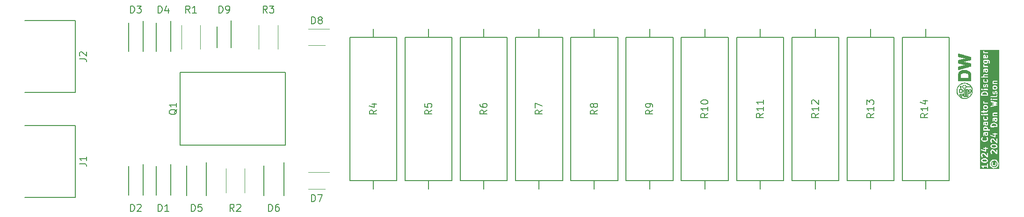
<source format=gbr>
%TF.GenerationSoftware,KiCad,Pcbnew,8.0.3*%
%TF.CreationDate,2024-08-03T11:39:00-05:00*%
%TF.ProjectId,1024 Capacitor Discharger,31303234-2043-4617-9061-6369746f7220,rev?*%
%TF.SameCoordinates,PX4153a20PY6dac2c0*%
%TF.FileFunction,Legend,Top*%
%TF.FilePolarity,Positive*%
%FSLAX46Y46*%
G04 Gerber Fmt 4.6, Leading zero omitted, Abs format (unit mm)*
G04 Created by KiCad (PCBNEW 8.0.3) date 2024-08-03 11:39:00*
%MOMM*%
%LPD*%
G01*
G04 APERTURE LIST*
%ADD10C,0.200000*%
%ADD11C,0.120000*%
%ADD12C,0.010000*%
G04 APERTURE END LIST*
D10*
G36*
X176070568Y10589370D02*
G01*
X176286677Y10461512D01*
X176415602Y10249615D01*
X176460002Y10035421D01*
X176418891Y9822110D01*
X176291035Y9606002D01*
X176079135Y9477076D01*
X175864942Y9432676D01*
X175651631Y9473787D01*
X175435523Y9601643D01*
X175306597Y9813543D01*
X175262197Y10027736D01*
X175282210Y10131578D01*
X175411100Y10131578D01*
X175412718Y9946587D01*
X175411885Y9944085D01*
X175412861Y9930352D01*
X175413021Y9912069D01*
X175414396Y9908749D01*
X175414651Y9905165D01*
X175421657Y9886857D01*
X175473325Y9787192D01*
X175477953Y9776021D01*
X175481113Y9772170D01*
X175482100Y9770267D01*
X175484094Y9768538D01*
X175490389Y9760867D01*
X175591460Y9662181D01*
X175599788Y9652578D01*
X175604028Y9649910D01*
X175605542Y9648431D01*
X175607982Y9647421D01*
X175616379Y9642135D01*
X175704113Y9599861D01*
X175705543Y9598431D01*
X175716499Y9593893D01*
X175734687Y9585129D01*
X175738270Y9584875D01*
X175741591Y9583499D01*
X175761100Y9581578D01*
X175946091Y9583197D01*
X175948593Y9582363D01*
X175962326Y9583340D01*
X175980609Y9583499D01*
X175983929Y9584875D01*
X175987513Y9585129D01*
X176005821Y9592135D01*
X176105486Y9643804D01*
X176116657Y9648431D01*
X176120508Y9651592D01*
X176122411Y9652578D01*
X176124140Y9654573D01*
X176131811Y9660867D01*
X176230497Y9761939D01*
X176240100Y9770266D01*
X176242768Y9774507D01*
X176244247Y9776020D01*
X176245257Y9778461D01*
X176250543Y9786857D01*
X176292817Y9874592D01*
X176294247Y9876021D01*
X176298785Y9886978D01*
X176307549Y9905165D01*
X176307803Y9908749D01*
X176309179Y9912069D01*
X176311100Y9931578D01*
X176309481Y10116570D01*
X176310315Y10119071D01*
X176309338Y10132805D01*
X176309179Y10151087D01*
X176307803Y10154408D01*
X176307549Y10157991D01*
X176300543Y10176300D01*
X176240100Y10292890D01*
X176210623Y10318454D01*
X176173607Y10330793D01*
X176134687Y10328027D01*
X176099788Y10310578D01*
X176074224Y10281101D01*
X176061885Y10244085D01*
X176064651Y10205165D01*
X176071657Y10186857D01*
X176111285Y10110418D01*
X176112622Y9957551D01*
X176081714Y9893404D01*
X176005567Y9815417D01*
X175939938Y9781393D01*
X175787072Y9780056D01*
X175722925Y9810964D01*
X175644938Y9887111D01*
X175610914Y9952740D01*
X175609577Y10105606D01*
X175657549Y10205165D01*
X175660315Y10244085D01*
X175647976Y10281101D01*
X175622411Y10310577D01*
X175587513Y10328027D01*
X175548593Y10330792D01*
X175511577Y10318454D01*
X175482100Y10292889D01*
X175471657Y10276299D01*
X175429382Y10188565D01*
X175427953Y10187135D01*
X175423414Y10176179D01*
X175414651Y10157991D01*
X175414396Y10154408D01*
X175413021Y10151087D01*
X175411100Y10131578D01*
X175282210Y10131578D01*
X175303308Y10241047D01*
X175431166Y10457156D01*
X175643063Y10586081D01*
X175857257Y10630481D01*
X176070568Y10589370D01*
G37*
G36*
X174429399Y10790468D02*
G01*
X174509169Y10752031D01*
X174537349Y10725026D01*
X174571004Y10660109D01*
X174571859Y10606882D01*
X174541110Y10543067D01*
X174514108Y10514889D01*
X174441786Y10477396D01*
X174264766Y10431536D01*
X174039362Y10429930D01*
X173861918Y10472689D01*
X173782147Y10511127D01*
X173753969Y10538129D01*
X173720313Y10603049D01*
X173719458Y10656275D01*
X173750206Y10720089D01*
X173777211Y10748269D01*
X173849529Y10785760D01*
X174026551Y10831621D01*
X174251954Y10833227D01*
X174429399Y10790468D01*
G37*
G36*
X176119840Y13390468D02*
G01*
X176199610Y13352031D01*
X176227790Y13325026D01*
X176261445Y13260109D01*
X176262300Y13206882D01*
X176231551Y13143067D01*
X176204549Y13114889D01*
X176132227Y13077396D01*
X175955207Y13031536D01*
X175729803Y13029930D01*
X175552359Y13072689D01*
X175472588Y13111127D01*
X175444410Y13138129D01*
X175410754Y13203049D01*
X175409899Y13256275D01*
X175440647Y13320089D01*
X175467652Y13348269D01*
X175539970Y13385760D01*
X175716992Y13431621D01*
X175942395Y13433227D01*
X176119840Y13390468D01*
G37*
G36*
X174570809Y15560485D02*
G01*
X174572254Y15357702D01*
X174547469Y15306263D01*
X174499188Y15281233D01*
X174445962Y15280378D01*
X174395343Y15304768D01*
X174370508Y15352673D01*
X174368985Y15566405D01*
X174369874Y15569071D01*
X174368925Y15582416D01*
X174559107Y15583057D01*
X174570809Y15560485D01*
G37*
G36*
X174509169Y16552031D02*
G01*
X174537349Y16525026D01*
X174570844Y16460418D01*
X174572181Y16307551D01*
X174559268Y16280750D01*
X174082318Y16279893D01*
X174070473Y16302740D01*
X174069136Y16455606D01*
X174100206Y16520089D01*
X174127211Y16548269D01*
X174191706Y16581705D01*
X174444431Y16583225D01*
X174509169Y16552031D01*
G37*
G36*
X176069840Y17240468D02*
G01*
X176149272Y17202194D01*
X176223080Y17130127D01*
X176261183Y17019807D01*
X176262170Y16881401D01*
X175410399Y16879871D01*
X175409465Y17010840D01*
X175446418Y17125828D01*
X175516635Y17197742D01*
X175589970Y17235760D01*
X175767092Y17281646D01*
X175893032Y17283074D01*
X176069840Y17240468D01*
G37*
G36*
X174570809Y17460485D02*
G01*
X174572254Y17257702D01*
X174547469Y17206263D01*
X174499188Y17181233D01*
X174445962Y17180378D01*
X174395343Y17204768D01*
X174370508Y17252673D01*
X174368985Y17466405D01*
X174369874Y17469071D01*
X174368925Y17482416D01*
X174559107Y17483057D01*
X174570809Y17460485D01*
G37*
G36*
X176261250Y18160485D02*
G01*
X176262695Y17957702D01*
X176237910Y17906263D01*
X176189629Y17881233D01*
X176136403Y17880378D01*
X176085784Y17904768D01*
X176060949Y17952673D01*
X176059426Y18166405D01*
X176060315Y18169071D01*
X176059366Y18182416D01*
X176249548Y18183057D01*
X176261250Y18160485D01*
G37*
G36*
X174509169Y20452031D02*
G01*
X174537349Y20425026D01*
X174570900Y20360310D01*
X174572067Y20257313D01*
X174541110Y20193067D01*
X174514108Y20164889D01*
X174449610Y20131452D01*
X174196886Y20129932D01*
X174132147Y20161127D01*
X174103969Y20188129D01*
X174070417Y20252848D01*
X174069250Y20355844D01*
X174100206Y20420089D01*
X174127211Y20448269D01*
X174191706Y20481705D01*
X174444431Y20483225D01*
X174509169Y20452031D01*
G37*
G36*
X174379399Y22940468D02*
G01*
X174458831Y22902194D01*
X174532639Y22830127D01*
X174570742Y22719807D01*
X174571729Y22581401D01*
X173719958Y22579871D01*
X173719024Y22710840D01*
X173755977Y22825828D01*
X173826194Y22897742D01*
X173899529Y22935760D01*
X174076651Y22981646D01*
X174202591Y22983074D01*
X174379399Y22940468D01*
G37*
G36*
X176199610Y24002031D02*
G01*
X176227790Y23975026D01*
X176261341Y23910310D01*
X176262508Y23807313D01*
X176231551Y23743067D01*
X176204549Y23714889D01*
X176140051Y23681452D01*
X175887327Y23679932D01*
X175822588Y23711127D01*
X175794410Y23738129D01*
X175760858Y23802848D01*
X175759691Y23905844D01*
X175790647Y23970089D01*
X175817652Y23998269D01*
X175882147Y24031705D01*
X176134872Y24033225D01*
X176199610Y24002031D01*
G37*
G36*
X174570809Y27060485D02*
G01*
X174572254Y26857702D01*
X174547469Y26806263D01*
X174499188Y26781233D01*
X174445962Y26780378D01*
X174395343Y26804768D01*
X174370508Y26852673D01*
X174368985Y27066405D01*
X174369874Y27069071D01*
X174368925Y27082416D01*
X174559107Y27083057D01*
X174570809Y27060485D01*
G37*
G36*
X174570844Y28660418D02*
G01*
X174572181Y28507551D01*
X174541110Y28443067D01*
X174514108Y28414889D01*
X174449610Y28381452D01*
X174196886Y28379932D01*
X174132147Y28411127D01*
X174103969Y28438129D01*
X174070473Y28502740D01*
X174069136Y28655606D01*
X174081768Y28681824D01*
X174559199Y28682879D01*
X174570844Y28660418D01*
G37*
G36*
X174200414Y29330112D02*
G01*
X174147021Y29329868D01*
X174095343Y29354768D01*
X174070473Y29402740D01*
X174069136Y29555606D01*
X174093848Y29606894D01*
X174139219Y29630415D01*
X174200414Y29330112D01*
G37*
G36*
X176777767Y9114911D02*
G01*
X173354777Y9114911D01*
X173354777Y9631473D01*
X173520659Y9631473D01*
X173522580Y9621868D01*
X173522580Y9612069D01*
X173526369Y9602921D01*
X173528311Y9593213D01*
X173533762Y9585073D01*
X173537512Y9576021D01*
X173544511Y9569022D01*
X173550022Y9560793D01*
X173565028Y9548505D01*
X173565102Y9548431D01*
X173565134Y9548418D01*
X173565189Y9548373D01*
X173701413Y9459436D01*
X173786822Y9376043D01*
X173841659Y9270267D01*
X173871136Y9244702D01*
X173908152Y9232364D01*
X173947072Y9235129D01*
X173981970Y9252579D01*
X174007535Y9282055D01*
X174019874Y9319071D01*
X174017108Y9357991D01*
X174010102Y9376300D01*
X173958431Y9475970D01*
X173953806Y9487136D01*
X173950646Y9490986D01*
X173949659Y9492890D01*
X173947661Y9494623D01*
X173941369Y9502289D01*
X173910838Y9532100D01*
X174571894Y9533287D01*
X174572580Y9312069D01*
X174587512Y9276021D01*
X174615102Y9248431D01*
X174651150Y9233499D01*
X174690168Y9233499D01*
X174726216Y9248431D01*
X174753806Y9276021D01*
X174768738Y9312069D01*
X174770659Y9331578D01*
X174768738Y9951087D01*
X174753806Y9987135D01*
X174726216Y10014725D01*
X174690168Y10029657D01*
X174651150Y10029657D01*
X174615102Y10014725D01*
X174587512Y9987135D01*
X174572580Y9951087D01*
X174570659Y9931578D01*
X174571279Y9731400D01*
X173630002Y9729709D01*
X173620554Y9731578D01*
X173611037Y9729675D01*
X173601150Y9729657D01*
X173592001Y9725868D01*
X173582294Y9723926D01*
X173574153Y9718475D01*
X173565102Y9714725D01*
X173558102Y9707726D01*
X173549874Y9702215D01*
X173544438Y9694062D01*
X173537512Y9687135D01*
X173533723Y9677989D01*
X173528231Y9669750D01*
X173526329Y9660140D01*
X173522580Y9651087D01*
X173522580Y9641184D01*
X173520659Y9631473D01*
X173354777Y9631473D01*
X173354777Y10031683D01*
X175061100Y10031683D01*
X175061120Y10031578D01*
X175061100Y10031473D01*
X175063042Y10011966D01*
X175114847Y9762050D01*
X175116961Y9747846D01*
X175118438Y9744727D01*
X175118752Y9743213D01*
X175120127Y9741160D01*
X175125351Y9730128D01*
X175269661Y9492944D01*
X175270681Y9488864D01*
X175278856Y9477830D01*
X175287035Y9464388D01*
X175290984Y9461463D01*
X175293910Y9457513D01*
X175309650Y9445829D01*
X175560574Y9297374D01*
X175572735Y9289230D01*
X175576040Y9288224D01*
X175577368Y9287438D01*
X175579817Y9287074D01*
X175591488Y9283520D01*
X175860995Y9231578D01*
X175861100Y9231599D01*
X175861205Y9231578D01*
X175880712Y9233520D01*
X176130628Y9285326D01*
X176144832Y9287439D01*
X176147951Y9288917D01*
X176149465Y9289230D01*
X176151518Y9290606D01*
X176162550Y9295829D01*
X176399734Y9440140D01*
X176403814Y9441159D01*
X176414848Y9449335D01*
X176428290Y9457513D01*
X176431215Y9461463D01*
X176435165Y9464388D01*
X176446849Y9480128D01*
X176595304Y9731053D01*
X176603448Y9743213D01*
X176604454Y9746519D01*
X176605240Y9747846D01*
X176605604Y9750296D01*
X176609158Y9761966D01*
X176661100Y10031473D01*
X176661079Y10031578D01*
X176661100Y10031683D01*
X176659158Y10051190D01*
X176607354Y10301096D01*
X176605240Y10315310D01*
X176603760Y10318434D01*
X176603448Y10319943D01*
X176602075Y10321993D01*
X176596850Y10333027D01*
X176452538Y10570214D01*
X176451519Y10574292D01*
X176443343Y10585327D01*
X176435165Y10598768D01*
X176431215Y10601694D01*
X176428290Y10605643D01*
X176412550Y10617327D01*
X176161637Y10765775D01*
X176149465Y10773926D01*
X176146156Y10774934D01*
X176144832Y10775717D01*
X176142388Y10776081D01*
X176130712Y10779636D01*
X175861205Y10831578D01*
X175861100Y10831558D01*
X175860995Y10831578D01*
X175841488Y10829636D01*
X175591582Y10777833D01*
X175577368Y10775718D01*
X175574244Y10774239D01*
X175572735Y10773926D01*
X175570685Y10772554D01*
X175559651Y10767328D01*
X175322464Y10623017D01*
X175318386Y10621997D01*
X175307351Y10613822D01*
X175293910Y10605643D01*
X175290984Y10601694D01*
X175287035Y10598768D01*
X175275351Y10583028D01*
X175126903Y10332116D01*
X175118752Y10319943D01*
X175117744Y10316635D01*
X175116961Y10315310D01*
X175116597Y10312867D01*
X175113042Y10301190D01*
X175061100Y10031683D01*
X173354777Y10031683D01*
X173354777Y10681578D01*
X173520659Y10681578D01*
X173522036Y10595864D01*
X173521444Y10594085D01*
X173522246Y10582787D01*
X173522580Y10562069D01*
X173523955Y10558749D01*
X173524210Y10555165D01*
X173531216Y10536857D01*
X173582884Y10437192D01*
X173587512Y10426021D01*
X173590672Y10422170D01*
X173591659Y10420267D01*
X173593653Y10418538D01*
X173599948Y10410867D01*
X173652324Y10360676D01*
X173659347Y10352578D01*
X173663506Y10349960D01*
X173665102Y10348431D01*
X173667539Y10347422D01*
X173675938Y10342135D01*
X173770903Y10296377D01*
X173777945Y10291159D01*
X173792589Y10285927D01*
X173794246Y10285129D01*
X173794966Y10285078D01*
X173796405Y10284564D01*
X173991183Y10237628D01*
X174001150Y10233499D01*
X174013267Y10232306D01*
X174015798Y10231696D01*
X174017256Y10231914D01*
X174020659Y10231578D01*
X174264627Y10233317D01*
X174275520Y10231696D01*
X174287587Y10233481D01*
X174290168Y10233499D01*
X174291531Y10234064D01*
X174294913Y10234564D01*
X174487459Y10284446D01*
X174497072Y10285129D01*
X174511690Y10290724D01*
X174513373Y10291159D01*
X174513953Y10291590D01*
X174515380Y10292135D01*
X174615045Y10343804D01*
X174626216Y10348431D01*
X174630067Y10351592D01*
X174631970Y10352578D01*
X174633699Y10354573D01*
X174641370Y10360867D01*
X174691561Y10413244D01*
X174699659Y10420266D01*
X174702277Y10424426D01*
X174703806Y10426021D01*
X174704815Y10428459D01*
X174710102Y10436857D01*
X174752376Y10524592D01*
X174753806Y10526021D01*
X174758344Y10536978D01*
X174767108Y10555165D01*
X174767362Y10558749D01*
X174768738Y10562069D01*
X174770659Y10581578D01*
X174769281Y10667293D01*
X174769874Y10669071D01*
X174769071Y10680370D01*
X174768738Y10701087D01*
X174767362Y10704408D01*
X174767108Y10707991D01*
X174760102Y10726300D01*
X174708431Y10825970D01*
X174703806Y10837135D01*
X174700647Y10840985D01*
X174699659Y10842890D01*
X174697660Y10844624D01*
X174691370Y10852288D01*
X174638990Y10902484D01*
X174631970Y10910578D01*
X174627812Y10913195D01*
X174626216Y10914725D01*
X174623776Y10915736D01*
X174615380Y10921021D01*
X174520414Y10966780D01*
X174513373Y10971997D01*
X174498730Y10977228D01*
X174497072Y10978027D01*
X174496349Y10978079D01*
X174494912Y10978592D01*
X174300135Y11025529D01*
X174290168Y11029657D01*
X174278050Y11030851D01*
X174275520Y11031460D01*
X174274061Y11031243D01*
X174270659Y11031578D01*
X174026690Y11029840D01*
X174015798Y11031460D01*
X174003730Y11029676D01*
X174001150Y11029657D01*
X173999786Y11029093D01*
X173996405Y11028592D01*
X173803858Y10978711D01*
X173794246Y10978027D01*
X173779625Y10972433D01*
X173777945Y10971997D01*
X173777365Y10971568D01*
X173775937Y10971021D01*
X173676267Y10919351D01*
X173665102Y10914725D01*
X173661252Y10911567D01*
X173659347Y10910578D01*
X173657613Y10908580D01*
X173649949Y10902289D01*
X173599753Y10849910D01*
X173591659Y10842889D01*
X173589042Y10838732D01*
X173587512Y10837135D01*
X173586501Y10834696D01*
X173581216Y10826299D01*
X173538941Y10738565D01*
X173537512Y10737135D01*
X173532973Y10726179D01*
X173524210Y10707991D01*
X173523955Y10704408D01*
X173522580Y10701087D01*
X173520659Y10681578D01*
X173354777Y10681578D01*
X173354777Y11731578D01*
X173520659Y11731578D01*
X173522332Y11496752D01*
X173521444Y11494085D01*
X173522452Y11479888D01*
X173522580Y11462069D01*
X173523955Y11458749D01*
X173524210Y11455165D01*
X173531216Y11436857D01*
X173582884Y11337192D01*
X173587512Y11326021D01*
X173590672Y11322170D01*
X173591659Y11320267D01*
X173593653Y11318538D01*
X173599948Y11310867D01*
X173665102Y11248431D01*
X173701150Y11233499D01*
X173740168Y11233499D01*
X173776217Y11248431D01*
X173803806Y11276020D01*
X173818738Y11312069D01*
X173818738Y11351087D01*
X173803806Y11387135D01*
X173791370Y11402288D01*
X173753969Y11438129D01*
X173720508Y11502673D01*
X173719063Y11705455D01*
X173750206Y11770089D01*
X173777211Y11798269D01*
X173842128Y11831924D01*
X173900987Y11832870D01*
X174014482Y11796397D01*
X174615102Y11198431D01*
X174651150Y11183499D01*
X174690168Y11183499D01*
X174726216Y11198431D01*
X174753806Y11226021D01*
X174768738Y11262069D01*
X174770659Y11281578D01*
X174768738Y11951087D01*
X174753806Y11987135D01*
X174726216Y12014725D01*
X174690168Y12029657D01*
X174651150Y12029657D01*
X174615102Y12014725D01*
X174587512Y11987135D01*
X174572580Y11951087D01*
X174570659Y11931578D01*
X174571836Y11521074D01*
X174151153Y11939898D01*
X174149658Y11942889D01*
X174137941Y11953052D01*
X174126216Y11964725D01*
X174122897Y11966100D01*
X174120182Y11968455D01*
X174102282Y11976446D01*
X173952165Y12024688D01*
X173940168Y12029657D01*
X173935169Y12030150D01*
X173933166Y12030793D01*
X173930532Y12030606D01*
X173920659Y12031578D01*
X173834944Y12030201D01*
X173833166Y12030793D01*
X173821867Y12029991D01*
X173801150Y12029657D01*
X173797829Y12028282D01*
X173794246Y12028027D01*
X173775937Y12021021D01*
X173676267Y11969351D01*
X173665102Y11964725D01*
X173661252Y11961567D01*
X173659347Y11960578D01*
X173657613Y11958580D01*
X173649949Y11952289D01*
X173599753Y11899910D01*
X173591659Y11892889D01*
X173589042Y11888732D01*
X173587512Y11887135D01*
X173586501Y11884696D01*
X173581216Y11876299D01*
X173538941Y11788565D01*
X173537512Y11787135D01*
X173532973Y11776179D01*
X173524210Y11757991D01*
X173523955Y11754408D01*
X173522580Y11751087D01*
X173520659Y11731578D01*
X173354777Y11731578D01*
X173354777Y12594085D01*
X173471444Y12594085D01*
X173474210Y12555165D01*
X173491660Y12520266D01*
X173521136Y12494701D01*
X173539036Y12486710D01*
X174287031Y12239348D01*
X174301150Y12233499D01*
X174304716Y12233499D01*
X174308151Y12232363D01*
X174324135Y12233499D01*
X174340168Y12233499D01*
X174343488Y12234875D01*
X174347071Y12235129D01*
X174361401Y12242295D01*
X174376216Y12248431D01*
X174378757Y12250973D01*
X174381970Y12252579D01*
X174392467Y12264683D01*
X174403806Y12276021D01*
X174405181Y12279342D01*
X174407535Y12282055D01*
X174412602Y12297257D01*
X174418738Y12312069D01*
X174419240Y12317170D01*
X174419874Y12319071D01*
X174419686Y12321705D01*
X174420659Y12331578D01*
X175211100Y12331578D01*
X175212773Y12096752D01*
X175211885Y12094085D01*
X175212893Y12079888D01*
X175213021Y12062069D01*
X175214396Y12058749D01*
X175214651Y12055165D01*
X175221657Y12036857D01*
X175273325Y11937192D01*
X175277953Y11926021D01*
X175281113Y11922170D01*
X175282100Y11920267D01*
X175284094Y11918538D01*
X175290389Y11910867D01*
X175355543Y11848431D01*
X175391591Y11833499D01*
X175430609Y11833499D01*
X175466658Y11848431D01*
X175494247Y11876020D01*
X175509179Y11912069D01*
X175509179Y11951087D01*
X175494247Y11987135D01*
X175481811Y12002288D01*
X175444410Y12038129D01*
X175410949Y12102673D01*
X175409504Y12305455D01*
X175440647Y12370089D01*
X175467652Y12398269D01*
X175532569Y12431924D01*
X175591428Y12432870D01*
X175704923Y12396397D01*
X176305543Y11798431D01*
X176341591Y11783499D01*
X176380609Y11783499D01*
X176416657Y11798431D01*
X176444247Y11826021D01*
X176459179Y11862069D01*
X176461100Y11881578D01*
X176459179Y12551087D01*
X176444247Y12587135D01*
X176416657Y12614725D01*
X176380609Y12629657D01*
X176341591Y12629657D01*
X176305543Y12614725D01*
X176277953Y12587135D01*
X176263021Y12551087D01*
X176261100Y12531578D01*
X176262277Y12121074D01*
X175841594Y12539898D01*
X175840099Y12542889D01*
X175828382Y12553052D01*
X175816657Y12564725D01*
X175813338Y12566100D01*
X175810623Y12568455D01*
X175792723Y12576446D01*
X175642606Y12624688D01*
X175630609Y12629657D01*
X175625610Y12630150D01*
X175623607Y12630793D01*
X175620973Y12630606D01*
X175611100Y12631578D01*
X175525385Y12630201D01*
X175523607Y12630793D01*
X175512308Y12629991D01*
X175491591Y12629657D01*
X175488270Y12628282D01*
X175484687Y12628027D01*
X175466378Y12621021D01*
X175366708Y12569351D01*
X175355543Y12564725D01*
X175351693Y12561567D01*
X175349788Y12560578D01*
X175348054Y12558580D01*
X175340390Y12552289D01*
X175290194Y12499910D01*
X175282100Y12492889D01*
X175279483Y12488732D01*
X175277953Y12487135D01*
X175276942Y12484696D01*
X175271657Y12476299D01*
X175229382Y12388565D01*
X175227953Y12387135D01*
X175223414Y12376179D01*
X175214651Y12357991D01*
X175214396Y12354408D01*
X175213021Y12351087D01*
X175211100Y12331578D01*
X174420659Y12331578D01*
X174419507Y12732777D01*
X174690168Y12733499D01*
X174726216Y12748431D01*
X174753806Y12776021D01*
X174768738Y12812069D01*
X174768738Y12851087D01*
X174753806Y12887135D01*
X174726216Y12914725D01*
X174690168Y12929657D01*
X174670659Y12931578D01*
X174418939Y12930906D01*
X174418738Y13001087D01*
X174403806Y13037135D01*
X174376216Y13064725D01*
X174340168Y13079657D01*
X174301150Y13079657D01*
X174265102Y13064725D01*
X174237512Y13037135D01*
X174222580Y13001087D01*
X174220659Y12981578D01*
X174220805Y12930377D01*
X173951150Y12929657D01*
X173915102Y12914725D01*
X173887512Y12887135D01*
X173872580Y12851087D01*
X173872580Y12812069D01*
X173887512Y12776021D01*
X173915102Y12748431D01*
X173951150Y12733499D01*
X173970659Y12731578D01*
X174221374Y12732248D01*
X174222128Y12469488D01*
X173583166Y12680793D01*
X173544246Y12678027D01*
X173509347Y12660577D01*
X173483782Y12631101D01*
X173471444Y12594085D01*
X173354777Y12594085D01*
X173354777Y13281578D01*
X175211100Y13281578D01*
X175212477Y13195864D01*
X175211885Y13194085D01*
X175212687Y13182787D01*
X175213021Y13162069D01*
X175214396Y13158749D01*
X175214651Y13155165D01*
X175221657Y13136857D01*
X175273325Y13037192D01*
X175277953Y13026021D01*
X175281113Y13022170D01*
X175282100Y13020267D01*
X175284094Y13018538D01*
X175290389Y13010867D01*
X175342765Y12960676D01*
X175349788Y12952578D01*
X175353947Y12949960D01*
X175355543Y12948431D01*
X175357980Y12947422D01*
X175366379Y12942135D01*
X175461344Y12896377D01*
X175468386Y12891159D01*
X175483030Y12885927D01*
X175484687Y12885129D01*
X175485407Y12885078D01*
X175486846Y12884564D01*
X175681624Y12837628D01*
X175691591Y12833499D01*
X175703708Y12832306D01*
X175706239Y12831696D01*
X175707697Y12831914D01*
X175711100Y12831578D01*
X175955068Y12833317D01*
X175965961Y12831696D01*
X175978028Y12833481D01*
X175980609Y12833499D01*
X175981972Y12834064D01*
X175985354Y12834564D01*
X176177900Y12884446D01*
X176187513Y12885129D01*
X176202131Y12890724D01*
X176203814Y12891159D01*
X176204394Y12891590D01*
X176205821Y12892135D01*
X176305486Y12943804D01*
X176316657Y12948431D01*
X176320508Y12951592D01*
X176322411Y12952578D01*
X176324140Y12954573D01*
X176331811Y12960867D01*
X176382002Y13013244D01*
X176390100Y13020266D01*
X176392718Y13024426D01*
X176394247Y13026021D01*
X176395256Y13028459D01*
X176400543Y13036857D01*
X176442817Y13124592D01*
X176444247Y13126021D01*
X176448785Y13136978D01*
X176457549Y13155165D01*
X176457803Y13158749D01*
X176459179Y13162069D01*
X176461100Y13181578D01*
X176459722Y13267293D01*
X176460315Y13269071D01*
X176459512Y13280370D01*
X176459179Y13301087D01*
X176457803Y13304408D01*
X176457549Y13307991D01*
X176450543Y13326300D01*
X176398872Y13425970D01*
X176394247Y13437135D01*
X176391088Y13440985D01*
X176390100Y13442890D01*
X176388101Y13444624D01*
X176381811Y13452288D01*
X176329431Y13502484D01*
X176322411Y13510578D01*
X176318253Y13513195D01*
X176316657Y13514725D01*
X176314217Y13515736D01*
X176305821Y13521021D01*
X176210855Y13566780D01*
X176203814Y13571997D01*
X176189171Y13577228D01*
X176187513Y13578027D01*
X176186790Y13578079D01*
X176185353Y13578592D01*
X175990576Y13625529D01*
X175980609Y13629657D01*
X175968491Y13630851D01*
X175965961Y13631460D01*
X175964502Y13631243D01*
X175961100Y13631578D01*
X175717131Y13629840D01*
X175706239Y13631460D01*
X175694171Y13629676D01*
X175691591Y13629657D01*
X175690227Y13629093D01*
X175686846Y13628592D01*
X175494299Y13578711D01*
X175484687Y13578027D01*
X175470066Y13572433D01*
X175468386Y13571997D01*
X175467806Y13571568D01*
X175466378Y13571021D01*
X175366708Y13519351D01*
X175355543Y13514725D01*
X175351693Y13511567D01*
X175349788Y13510578D01*
X175348054Y13508580D01*
X175340390Y13502289D01*
X175290194Y13449910D01*
X175282100Y13442889D01*
X175279483Y13438732D01*
X175277953Y13437135D01*
X175276942Y13434696D01*
X175271657Y13426299D01*
X175229382Y13338565D01*
X175227953Y13337135D01*
X175223414Y13326179D01*
X175214651Y13307991D01*
X175214396Y13304408D01*
X175213021Y13301087D01*
X175211100Y13281578D01*
X173354777Y13281578D01*
X173354777Y14581578D01*
X173520659Y14581578D01*
X173522278Y14480816D01*
X173521444Y14469071D01*
X173522545Y14464229D01*
X173522580Y14462069D01*
X173523591Y14459627D01*
X173525791Y14449955D01*
X173572580Y14314488D01*
X173572580Y14312069D01*
X173577607Y14299932D01*
X173583782Y14282055D01*
X173586137Y14279340D01*
X173587512Y14276021D01*
X173599948Y14260867D01*
X173701019Y14162181D01*
X173709347Y14152578D01*
X173713587Y14149910D01*
X173715101Y14148431D01*
X173717541Y14147421D01*
X173725938Y14142135D01*
X173820903Y14096377D01*
X173827945Y14091159D01*
X173842589Y14085927D01*
X173844246Y14085129D01*
X173844966Y14085078D01*
X173846405Y14084564D01*
X174041183Y14037628D01*
X174051150Y14033499D01*
X174063267Y14032306D01*
X174065798Y14031696D01*
X174067256Y14031914D01*
X174070659Y14031578D01*
X174215297Y14033218D01*
X174225520Y14031696D01*
X174237507Y14033469D01*
X174240168Y14033499D01*
X174241531Y14034064D01*
X174244913Y14034564D01*
X174437459Y14084446D01*
X174447072Y14085129D01*
X174461690Y14090724D01*
X174463373Y14091159D01*
X174463953Y14091590D01*
X174465380Y14092135D01*
X174565045Y14143804D01*
X174576216Y14148431D01*
X174580067Y14151592D01*
X174581970Y14152578D01*
X174583699Y14154573D01*
X174591370Y14160867D01*
X174679913Y14251551D01*
X174681971Y14252579D01*
X174690342Y14262231D01*
X174703806Y14276020D01*
X174705180Y14279340D01*
X174707536Y14282055D01*
X174715527Y14299955D01*
X174725689Y14331578D01*
X175211100Y14331578D01*
X175212773Y14096752D01*
X175211885Y14094085D01*
X175212893Y14079888D01*
X175213021Y14062069D01*
X175214396Y14058749D01*
X175214651Y14055165D01*
X175221657Y14036857D01*
X175273325Y13937192D01*
X175277953Y13926021D01*
X175281113Y13922170D01*
X175282100Y13920267D01*
X175284094Y13918538D01*
X175290389Y13910867D01*
X175355543Y13848431D01*
X175391591Y13833499D01*
X175430609Y13833499D01*
X175466658Y13848431D01*
X175494247Y13876020D01*
X175509179Y13912069D01*
X175509179Y13951087D01*
X175494247Y13987135D01*
X175481811Y14002288D01*
X175444410Y14038129D01*
X175410949Y14102673D01*
X175409504Y14305455D01*
X175440647Y14370089D01*
X175467652Y14398269D01*
X175532569Y14431924D01*
X175591428Y14432870D01*
X175704923Y14396397D01*
X176305543Y13798431D01*
X176341591Y13783499D01*
X176380609Y13783499D01*
X176416657Y13798431D01*
X176444247Y13826021D01*
X176459179Y13862069D01*
X176461100Y13881578D01*
X176459179Y14551087D01*
X176444247Y14587135D01*
X176416657Y14614725D01*
X176380609Y14629657D01*
X176341591Y14629657D01*
X176305543Y14614725D01*
X176277953Y14587135D01*
X176263021Y14551087D01*
X176261100Y14531578D01*
X176262277Y14121074D01*
X175841594Y14539898D01*
X175840099Y14542889D01*
X175828382Y14553052D01*
X175816657Y14564725D01*
X175813338Y14566100D01*
X175810623Y14568455D01*
X175792723Y14576446D01*
X175642606Y14624688D01*
X175630609Y14629657D01*
X175625610Y14630150D01*
X175623607Y14630793D01*
X175620973Y14630606D01*
X175611100Y14631578D01*
X175525385Y14630201D01*
X175523607Y14630793D01*
X175512308Y14629991D01*
X175491591Y14629657D01*
X175488270Y14628282D01*
X175484687Y14628027D01*
X175466378Y14621021D01*
X175366708Y14569351D01*
X175355543Y14564725D01*
X175351693Y14561567D01*
X175349788Y14560578D01*
X175348054Y14558580D01*
X175340390Y14552289D01*
X175290194Y14499910D01*
X175282100Y14492889D01*
X175279483Y14488732D01*
X175277953Y14487135D01*
X175276942Y14484696D01*
X175271657Y14476299D01*
X175229382Y14388565D01*
X175227953Y14387135D01*
X175223414Y14376179D01*
X175214651Y14357991D01*
X175214396Y14354408D01*
X175213021Y14351087D01*
X175211100Y14331578D01*
X174725689Y14331578D01*
X174763768Y14450072D01*
X174768738Y14462069D01*
X174769230Y14467068D01*
X174769874Y14469071D01*
X174769686Y14471705D01*
X174770659Y14481578D01*
X174769039Y14582341D01*
X174769874Y14594085D01*
X174768772Y14598928D01*
X174768738Y14601087D01*
X174767726Y14603530D01*
X174765527Y14613201D01*
X174718738Y14748669D01*
X174718738Y14751087D01*
X174713710Y14763225D01*
X174707536Y14781101D01*
X174705180Y14783817D01*
X174703806Y14787135D01*
X174691370Y14802288D01*
X174626216Y14864725D01*
X174590168Y14879657D01*
X174551150Y14879657D01*
X174515102Y14864725D01*
X174487512Y14837135D01*
X174472580Y14801087D01*
X174472580Y14762069D01*
X174487512Y14726021D01*
X174499948Y14710867D01*
X174532942Y14679249D01*
X174570853Y14569488D01*
X174571950Y14501250D01*
X174535340Y14387328D01*
X174465126Y14315417D01*
X174391786Y14277396D01*
X174214666Y14231511D01*
X174088725Y14230083D01*
X173911918Y14272689D01*
X173832484Y14310964D01*
X173758678Y14383029D01*
X173720464Y14493669D01*
X173719367Y14561907D01*
X173756113Y14676253D01*
X173803806Y14726021D01*
X173818738Y14762069D01*
X173818738Y14801087D01*
X173803806Y14837136D01*
X173776217Y14864725D01*
X173740168Y14879657D01*
X173701150Y14879657D01*
X173665102Y14864725D01*
X173649949Y14852289D01*
X173610554Y14811181D01*
X173609348Y14810577D01*
X173603354Y14803668D01*
X173587512Y14787135D01*
X173586137Y14783817D01*
X173583782Y14781101D01*
X173575791Y14763201D01*
X173527549Y14613085D01*
X173522580Y14601087D01*
X173522087Y14596089D01*
X173521444Y14594085D01*
X173521631Y14591452D01*
X173520659Y14581578D01*
X173354777Y14581578D01*
X173354777Y15531578D01*
X173870659Y15531578D01*
X173872277Y15346587D01*
X173871444Y15344085D01*
X173872420Y15330352D01*
X173872580Y15312069D01*
X173873955Y15308749D01*
X173874210Y15305165D01*
X173881216Y15286857D01*
X173941659Y15170267D01*
X173971136Y15144702D01*
X174008152Y15132364D01*
X174047072Y15135129D01*
X174081970Y15152579D01*
X174107535Y15182055D01*
X174119874Y15219071D01*
X174117108Y15257991D01*
X174110102Y15276300D01*
X174070473Y15352740D01*
X174069136Y15505606D01*
X174093848Y15556894D01*
X174141598Y15581649D01*
X174159805Y15581711D01*
X174170809Y15560485D01*
X174172332Y15346752D01*
X174171444Y15344085D01*
X174172452Y15329888D01*
X174172580Y15312069D01*
X174173955Y15308749D01*
X174174210Y15305165D01*
X174181216Y15286857D01*
X174230604Y15191591D01*
X174233783Y15182055D01*
X174238170Y15176996D01*
X174241659Y15170267D01*
X174251129Y15162054D01*
X174259347Y15152578D01*
X174269220Y15146364D01*
X174271136Y15144702D01*
X174272674Y15144190D01*
X174275938Y15142135D01*
X174363672Y15099861D01*
X174365102Y15098431D01*
X174376058Y15093893D01*
X174394246Y15085129D01*
X174397829Y15084875D01*
X174401150Y15083499D01*
X174420659Y15081578D01*
X174506373Y15082956D01*
X174508152Y15082363D01*
X174519450Y15083166D01*
X174540168Y15083499D01*
X174543488Y15084875D01*
X174547072Y15085129D01*
X174565380Y15092135D01*
X174660646Y15141524D01*
X174670182Y15144702D01*
X174675241Y15149090D01*
X174681970Y15152578D01*
X174690183Y15162049D01*
X174699659Y15170266D01*
X174705873Y15180140D01*
X174707535Y15182055D01*
X174708047Y15183594D01*
X174710102Y15186857D01*
X174713585Y15194085D01*
X175161885Y15194085D01*
X175164651Y15155165D01*
X175182101Y15120266D01*
X175211577Y15094701D01*
X175229477Y15086710D01*
X175977472Y14839348D01*
X175991591Y14833499D01*
X175995157Y14833499D01*
X175998592Y14832363D01*
X176014576Y14833499D01*
X176030609Y14833499D01*
X176033929Y14834875D01*
X176037512Y14835129D01*
X176051842Y14842295D01*
X176066657Y14848431D01*
X176069198Y14850973D01*
X176072411Y14852579D01*
X176082908Y14864683D01*
X176094247Y14876021D01*
X176095622Y14879342D01*
X176097976Y14882055D01*
X176103043Y14897257D01*
X176109179Y14912069D01*
X176109681Y14917170D01*
X176110315Y14919071D01*
X176110127Y14921705D01*
X176111100Y14931578D01*
X176109948Y15332777D01*
X176380609Y15333499D01*
X176416657Y15348431D01*
X176444247Y15376021D01*
X176459179Y15412069D01*
X176459179Y15451087D01*
X176444247Y15487135D01*
X176416657Y15514725D01*
X176380609Y15529657D01*
X176361100Y15531578D01*
X176109380Y15530906D01*
X176109179Y15601087D01*
X176094247Y15637135D01*
X176066657Y15664725D01*
X176030609Y15679657D01*
X175991591Y15679657D01*
X175955543Y15664725D01*
X175927953Y15637135D01*
X175913021Y15601087D01*
X175911100Y15581578D01*
X175911246Y15530377D01*
X175641591Y15529657D01*
X175605543Y15514725D01*
X175577953Y15487135D01*
X175563021Y15451087D01*
X175563021Y15412069D01*
X175577953Y15376021D01*
X175605543Y15348431D01*
X175641591Y15333499D01*
X175661100Y15331578D01*
X175911815Y15332248D01*
X175912569Y15069488D01*
X175273607Y15280793D01*
X175234687Y15278027D01*
X175199788Y15260577D01*
X175174223Y15231101D01*
X175161885Y15194085D01*
X174713585Y15194085D01*
X174752376Y15274592D01*
X174753806Y15276021D01*
X174758344Y15286978D01*
X174767108Y15305165D01*
X174767362Y15308749D01*
X174768738Y15312069D01*
X174770659Y15331578D01*
X174768985Y15566405D01*
X174769874Y15569071D01*
X174768865Y15583269D01*
X174768738Y15601087D01*
X174767362Y15604408D01*
X174767108Y15607991D01*
X174760102Y15626300D01*
X174756666Y15632927D01*
X174768738Y15662069D01*
X174768738Y15701087D01*
X174753806Y15737135D01*
X174726216Y15764725D01*
X174690168Y15779657D01*
X174670659Y15781578D01*
X174235217Y15780110D01*
X174233166Y15780793D01*
X174222963Y15780068D01*
X174136219Y15779776D01*
X174133166Y15780793D01*
X174117980Y15779714D01*
X174101150Y15779657D01*
X174097829Y15778282D01*
X174094246Y15778027D01*
X174075937Y15771021D01*
X173980667Y15721631D01*
X173971136Y15718454D01*
X173966078Y15714068D01*
X173959347Y15710578D01*
X173951129Y15701103D01*
X173941659Y15692889D01*
X173935445Y15683018D01*
X173933783Y15681101D01*
X173933269Y15679563D01*
X173931216Y15676299D01*
X173888941Y15588565D01*
X173887512Y15587135D01*
X173882973Y15576179D01*
X173874210Y15557991D01*
X173873955Y15554408D01*
X173872580Y15551087D01*
X173870659Y15531578D01*
X173354777Y15531578D01*
X173354777Y16481578D01*
X173870659Y16481578D01*
X173872277Y16296587D01*
X173871444Y16294085D01*
X173872420Y16280352D01*
X173872580Y16262069D01*
X173873955Y16258749D01*
X173874210Y16255165D01*
X173881216Y16236857D01*
X173884651Y16230230D01*
X173872580Y16201087D01*
X173872580Y16162069D01*
X173887512Y16126021D01*
X173915102Y16098431D01*
X173951150Y16083499D01*
X173970659Y16081578D01*
X174627608Y16082758D01*
X174633166Y16082363D01*
X174634387Y16082771D01*
X175040168Y16083499D01*
X175076216Y16098431D01*
X175103806Y16126021D01*
X175118738Y16162069D01*
X175118738Y16201087D01*
X175103806Y16237135D01*
X175076216Y16264725D01*
X175040168Y16279657D01*
X175020659Y16281578D01*
X174770614Y16281129D01*
X174770659Y16281578D01*
X174769040Y16466570D01*
X174769874Y16469071D01*
X174768897Y16482805D01*
X174768738Y16501087D01*
X174767362Y16504408D01*
X174767108Y16507991D01*
X174760102Y16526300D01*
X174708431Y16625970D01*
X174703806Y16637135D01*
X174700647Y16640985D01*
X174699659Y16642890D01*
X174697660Y16644624D01*
X174691370Y16652288D01*
X174638990Y16702484D01*
X174631970Y16710578D01*
X174627812Y16713195D01*
X174626216Y16714725D01*
X174623776Y16715736D01*
X174615380Y16721021D01*
X174527645Y16763296D01*
X174526216Y16764725D01*
X174515259Y16769264D01*
X174497072Y16778027D01*
X174493488Y16778282D01*
X174490168Y16779657D01*
X174470659Y16781578D01*
X174185946Y16779867D01*
X174183166Y16780793D01*
X174168663Y16779763D01*
X174151150Y16779657D01*
X174147829Y16778282D01*
X174144246Y16778027D01*
X174125937Y16771021D01*
X174026267Y16719351D01*
X174015102Y16714725D01*
X174011252Y16711567D01*
X174009347Y16710578D01*
X174007613Y16708580D01*
X173999949Y16702289D01*
X173949753Y16649910D01*
X173941659Y16642889D01*
X173939042Y16638732D01*
X173937512Y16637135D01*
X173936501Y16634696D01*
X173931216Y16626299D01*
X173888941Y16538565D01*
X173887512Y16537135D01*
X173882973Y16526179D01*
X173874210Y16507991D01*
X173873955Y16504408D01*
X173872580Y16501087D01*
X173870659Y16481578D01*
X173354777Y16481578D01*
X173354777Y17431578D01*
X173870659Y17431578D01*
X173872277Y17246587D01*
X173871444Y17244085D01*
X173872420Y17230352D01*
X173872580Y17212069D01*
X173873955Y17208749D01*
X173874210Y17205165D01*
X173881216Y17186857D01*
X173941659Y17070267D01*
X173971136Y17044702D01*
X174008152Y17032364D01*
X174047072Y17035129D01*
X174081970Y17052579D01*
X174107535Y17082055D01*
X174119874Y17119071D01*
X174117108Y17157991D01*
X174110102Y17176300D01*
X174070473Y17252740D01*
X174069136Y17405606D01*
X174093848Y17456894D01*
X174141598Y17481649D01*
X174159805Y17481711D01*
X174170809Y17460485D01*
X174172332Y17246752D01*
X174171444Y17244085D01*
X174172452Y17229888D01*
X174172580Y17212069D01*
X174173955Y17208749D01*
X174174210Y17205165D01*
X174181216Y17186857D01*
X174230604Y17091591D01*
X174233783Y17082055D01*
X174238170Y17076996D01*
X174241659Y17070267D01*
X174251129Y17062054D01*
X174259347Y17052578D01*
X174269220Y17046364D01*
X174271136Y17044702D01*
X174272674Y17044190D01*
X174275938Y17042135D01*
X174363672Y16999861D01*
X174365102Y16998431D01*
X174376058Y16993893D01*
X174394246Y16985129D01*
X174397829Y16984875D01*
X174401150Y16983499D01*
X174420659Y16981578D01*
X174506373Y16982956D01*
X174508152Y16982363D01*
X174519450Y16983166D01*
X174540168Y16983499D01*
X174543488Y16984875D01*
X174547072Y16985129D01*
X174565380Y16992135D01*
X174641461Y17031578D01*
X175211100Y17031578D01*
X175213021Y16762069D01*
X175227953Y16726021D01*
X175255543Y16698431D01*
X175291591Y16683499D01*
X175311100Y16681578D01*
X176380609Y16683499D01*
X176416657Y16698431D01*
X176444247Y16726021D01*
X176459179Y16762069D01*
X176461100Y16781578D01*
X176459327Y17030196D01*
X176460315Y17044085D01*
X176459193Y17049016D01*
X176459179Y17051087D01*
X176458167Y17053530D01*
X176455968Y17063201D01*
X176409178Y17198672D01*
X176409178Y17201087D01*
X176404154Y17213217D01*
X176397977Y17231101D01*
X176395621Y17233817D01*
X176394247Y17237136D01*
X176381810Y17252289D01*
X176280741Y17350974D01*
X176272411Y17360578D01*
X176268170Y17363248D01*
X176266657Y17364725D01*
X176264217Y17365736D01*
X176255821Y17371021D01*
X176160855Y17416780D01*
X176153814Y17421997D01*
X176139171Y17427228D01*
X176137513Y17428027D01*
X176136790Y17428079D01*
X176135353Y17428592D01*
X175940576Y17475529D01*
X175930609Y17479657D01*
X175918491Y17480851D01*
X175915961Y17481460D01*
X175914502Y17481243D01*
X175911100Y17481578D01*
X175766461Y17479939D01*
X175756239Y17481460D01*
X175744251Y17479688D01*
X175741591Y17479657D01*
X175740227Y17479093D01*
X175736846Y17478592D01*
X175544299Y17428711D01*
X175534687Y17428027D01*
X175520066Y17422433D01*
X175518386Y17421997D01*
X175517806Y17421568D01*
X175516378Y17421021D01*
X175416708Y17369351D01*
X175405542Y17364725D01*
X175401692Y17361566D01*
X175399788Y17360578D01*
X175398055Y17358581D01*
X175390389Y17352288D01*
X175301846Y17261606D01*
X175299789Y17260577D01*
X175291415Y17250923D01*
X175277953Y17237135D01*
X175276578Y17233817D01*
X175274223Y17231101D01*
X175266232Y17213201D01*
X175217990Y17063085D01*
X175213021Y17051087D01*
X175212528Y17046089D01*
X175211885Y17044085D01*
X175212072Y17041452D01*
X175211100Y17031578D01*
X174641461Y17031578D01*
X174660646Y17041524D01*
X174670182Y17044702D01*
X174675241Y17049090D01*
X174681970Y17052578D01*
X174690183Y17062049D01*
X174699659Y17070266D01*
X174705873Y17080140D01*
X174707535Y17082055D01*
X174708047Y17083594D01*
X174710102Y17086857D01*
X174752376Y17174592D01*
X174753806Y17176021D01*
X174758344Y17186978D01*
X174767108Y17205165D01*
X174767362Y17208749D01*
X174768738Y17212069D01*
X174770659Y17231578D01*
X174768985Y17466405D01*
X174769874Y17469071D01*
X174768865Y17483269D01*
X174768738Y17501087D01*
X174767362Y17504408D01*
X174767108Y17507991D01*
X174760102Y17526300D01*
X174756666Y17532927D01*
X174768738Y17562069D01*
X174768738Y17601087D01*
X174753806Y17637135D01*
X174726216Y17664725D01*
X174690168Y17679657D01*
X174670659Y17681578D01*
X174235217Y17680110D01*
X174233166Y17680793D01*
X174222963Y17680068D01*
X174136219Y17679776D01*
X174133166Y17680793D01*
X174117980Y17679714D01*
X174101150Y17679657D01*
X174097829Y17678282D01*
X174094246Y17678027D01*
X174075937Y17671021D01*
X173980667Y17621631D01*
X173971136Y17618454D01*
X173966078Y17614068D01*
X173959347Y17610578D01*
X173951129Y17601103D01*
X173941659Y17592889D01*
X173935445Y17583018D01*
X173933783Y17581101D01*
X173933269Y17579563D01*
X173931216Y17576299D01*
X173888941Y17488565D01*
X173887512Y17487135D01*
X173882973Y17476179D01*
X173874210Y17457991D01*
X173873955Y17454408D01*
X173872580Y17451087D01*
X173870659Y17431578D01*
X173354777Y17431578D01*
X173354777Y18431578D01*
X173870659Y18431578D01*
X173872277Y18246587D01*
X173871444Y18244085D01*
X173872420Y18230352D01*
X173872580Y18212069D01*
X173873955Y18208749D01*
X173874210Y18205165D01*
X173881216Y18186857D01*
X173932884Y18087192D01*
X173937512Y18076021D01*
X173940672Y18072170D01*
X173941659Y18070267D01*
X173943653Y18068538D01*
X173949948Y18060867D01*
X174002324Y18010676D01*
X174009347Y18002578D01*
X174013506Y17999960D01*
X174015102Y17998431D01*
X174017539Y17997422D01*
X174025938Y17992135D01*
X174113672Y17949861D01*
X174115102Y17948431D01*
X174126058Y17943893D01*
X174144246Y17935129D01*
X174147829Y17934875D01*
X174151150Y17933499D01*
X174170659Y17931578D01*
X174455371Y17933290D01*
X174458152Y17932363D01*
X174472654Y17933394D01*
X174490168Y17933499D01*
X174493488Y17934875D01*
X174497072Y17935129D01*
X174515380Y17942135D01*
X174615045Y17993804D01*
X174626216Y17998431D01*
X174630067Y18001592D01*
X174631970Y18002578D01*
X174633699Y18004573D01*
X174641370Y18010867D01*
X174691561Y18063244D01*
X174699659Y18070266D01*
X174702277Y18074426D01*
X174703806Y18076021D01*
X174704815Y18078459D01*
X174710102Y18086857D01*
X174731650Y18131578D01*
X175561100Y18131578D01*
X175562718Y17946587D01*
X175561885Y17944085D01*
X175562861Y17930352D01*
X175563021Y17912069D01*
X175564396Y17908749D01*
X175564651Y17905165D01*
X175571657Y17886857D01*
X175632100Y17770267D01*
X175661577Y17744702D01*
X175698593Y17732364D01*
X175737513Y17735129D01*
X175772411Y17752579D01*
X175797976Y17782055D01*
X175810315Y17819071D01*
X175807549Y17857991D01*
X175800543Y17876300D01*
X175760914Y17952740D01*
X175759577Y18105606D01*
X175784289Y18156894D01*
X175832039Y18181649D01*
X175850246Y18181711D01*
X175861250Y18160485D01*
X175862773Y17946752D01*
X175861885Y17944085D01*
X175862893Y17929888D01*
X175863021Y17912069D01*
X175864396Y17908749D01*
X175864651Y17905165D01*
X175871657Y17886857D01*
X175921045Y17791591D01*
X175924224Y17782055D01*
X175928611Y17776996D01*
X175932100Y17770267D01*
X175941570Y17762054D01*
X175949788Y17752578D01*
X175959661Y17746364D01*
X175961577Y17744702D01*
X175963115Y17744190D01*
X175966379Y17742135D01*
X176054113Y17699861D01*
X176055543Y17698431D01*
X176066499Y17693893D01*
X176084687Y17685129D01*
X176088270Y17684875D01*
X176091591Y17683499D01*
X176111100Y17681578D01*
X176196814Y17682956D01*
X176198593Y17682363D01*
X176209891Y17683166D01*
X176230609Y17683499D01*
X176233929Y17684875D01*
X176237513Y17685129D01*
X176255821Y17692135D01*
X176351087Y17741524D01*
X176360623Y17744702D01*
X176365682Y17749090D01*
X176372411Y17752578D01*
X176380624Y17762049D01*
X176390100Y17770266D01*
X176396314Y17780140D01*
X176397976Y17782055D01*
X176398488Y17783594D01*
X176400543Y17786857D01*
X176442817Y17874592D01*
X176444247Y17876021D01*
X176448785Y17886978D01*
X176457549Y17905165D01*
X176457803Y17908749D01*
X176459179Y17912069D01*
X176461100Y17931578D01*
X176459426Y18166405D01*
X176460315Y18169071D01*
X176459306Y18183269D01*
X176459179Y18201087D01*
X176457803Y18204408D01*
X176457549Y18207991D01*
X176450543Y18226300D01*
X176447107Y18232927D01*
X176459179Y18262069D01*
X176459179Y18301087D01*
X176444247Y18337135D01*
X176416657Y18364725D01*
X176380609Y18379657D01*
X176361100Y18381578D01*
X175925658Y18380110D01*
X175923607Y18380793D01*
X175913404Y18380068D01*
X175826660Y18379776D01*
X175823607Y18380793D01*
X175808421Y18379714D01*
X175791591Y18379657D01*
X175788270Y18378282D01*
X175784687Y18378027D01*
X175766378Y18371021D01*
X175671108Y18321631D01*
X175661577Y18318454D01*
X175656519Y18314068D01*
X175649788Y18310578D01*
X175641570Y18301103D01*
X175632100Y18292889D01*
X175625886Y18283018D01*
X175624224Y18281101D01*
X175623710Y18279563D01*
X175621657Y18276299D01*
X175579382Y18188565D01*
X175577953Y18187135D01*
X175573414Y18176179D01*
X175564651Y18157991D01*
X175564396Y18154408D01*
X175563021Y18151087D01*
X175561100Y18131578D01*
X174731650Y18131578D01*
X174752376Y18174592D01*
X174753806Y18176021D01*
X174758344Y18186978D01*
X174767108Y18205165D01*
X174767362Y18208749D01*
X174768738Y18212069D01*
X174770659Y18231578D01*
X174769040Y18416570D01*
X174769874Y18419071D01*
X174768897Y18432805D01*
X174768738Y18451087D01*
X174767362Y18454408D01*
X174767108Y18457991D01*
X174760102Y18476300D01*
X174699659Y18592890D01*
X174670182Y18618454D01*
X174633166Y18630793D01*
X174594246Y18628027D01*
X174559347Y18610578D01*
X174533783Y18581101D01*
X174521444Y18544085D01*
X174524210Y18505165D01*
X174531216Y18486857D01*
X174570844Y18410418D01*
X174572181Y18257551D01*
X174541110Y18193067D01*
X174514108Y18164889D01*
X174449610Y18131452D01*
X174196886Y18129932D01*
X174132147Y18161127D01*
X174103969Y18188129D01*
X174070473Y18252740D01*
X174069136Y18405606D01*
X174117108Y18505165D01*
X174119874Y18544085D01*
X174107535Y18581101D01*
X174081970Y18610577D01*
X174047072Y18628027D01*
X174008152Y18630792D01*
X173971136Y18618454D01*
X173941659Y18592889D01*
X173931216Y18576299D01*
X173888941Y18488565D01*
X173887512Y18487135D01*
X173882973Y18476179D01*
X173874210Y18457991D01*
X173873955Y18454408D01*
X173872580Y18451087D01*
X173870659Y18431578D01*
X173354777Y18431578D01*
X173354777Y19001087D01*
X173522580Y19001087D01*
X173522580Y18962069D01*
X173537512Y18926021D01*
X173549948Y18910867D01*
X173615102Y18848431D01*
X173651150Y18833499D01*
X173690168Y18833499D01*
X173726217Y18848431D01*
X173726221Y18848436D01*
X173741370Y18860867D01*
X173803783Y18925998D01*
X173803806Y18926020D01*
X173818738Y18962069D01*
X173818738Y19001087D01*
X173872580Y19001087D01*
X173872580Y18962069D01*
X173887512Y18926021D01*
X173915102Y18898431D01*
X173951150Y18883499D01*
X173970659Y18881578D01*
X174690168Y18883499D01*
X174726216Y18898431D01*
X174753806Y18926021D01*
X174768738Y18962069D01*
X174768738Y19001087D01*
X174753806Y19037135D01*
X174726216Y19064725D01*
X174690168Y19079657D01*
X174670659Y19081578D01*
X175561100Y19081578D01*
X175562632Y18946329D01*
X175561885Y18944085D01*
X175562804Y18931142D01*
X175563021Y18912069D01*
X175564396Y18908749D01*
X175564651Y18905165D01*
X175571657Y18886857D01*
X175590782Y18849965D01*
X175577953Y18837135D01*
X175563021Y18801087D01*
X175563021Y18762069D01*
X175577953Y18726021D01*
X175605543Y18698431D01*
X175641591Y18683499D01*
X175661100Y18681578D01*
X176380609Y18683499D01*
X176416657Y18698431D01*
X176444247Y18726021D01*
X176459179Y18762069D01*
X176459179Y18801087D01*
X176444247Y18837135D01*
X176416657Y18864725D01*
X176380609Y18879657D01*
X176361100Y18881578D01*
X175802801Y18880088D01*
X175794410Y18888129D01*
X175760858Y18952848D01*
X175759691Y19055844D01*
X175784289Y19106894D01*
X175832039Y19131649D01*
X176380609Y19133499D01*
X176416657Y19148431D01*
X176444247Y19176021D01*
X176459179Y19212069D01*
X176459179Y19251087D01*
X176444247Y19287135D01*
X176416657Y19314725D01*
X176380609Y19329657D01*
X176361100Y19331578D01*
X175826660Y19329776D01*
X175823607Y19330793D01*
X175808421Y19329714D01*
X175791591Y19329657D01*
X175788270Y19328282D01*
X175784687Y19328027D01*
X175766378Y19321021D01*
X175671108Y19271631D01*
X175661577Y19268454D01*
X175656519Y19264068D01*
X175649788Y19260578D01*
X175641570Y19251103D01*
X175632100Y19242889D01*
X175625886Y19233018D01*
X175624224Y19231101D01*
X175623710Y19229563D01*
X175621657Y19226299D01*
X175579382Y19138565D01*
X175577953Y19137135D01*
X175573414Y19126179D01*
X175564651Y19107991D01*
X175564396Y19104408D01*
X175563021Y19101087D01*
X175561100Y19081578D01*
X174670659Y19081578D01*
X173951150Y19079657D01*
X173915102Y19064725D01*
X173887512Y19037135D01*
X173872580Y19001087D01*
X173818738Y19001087D01*
X173806433Y19030793D01*
X173803806Y19037136D01*
X173803801Y19037141D01*
X173791370Y19052288D01*
X173726239Y19114703D01*
X173726217Y19114725D01*
X173690168Y19129657D01*
X173651150Y19129657D01*
X173615102Y19114725D01*
X173599949Y19102289D01*
X173537513Y19037136D01*
X173537512Y19037135D01*
X173522580Y19001087D01*
X173354777Y19001087D01*
X173354777Y19501087D01*
X173522580Y19501087D01*
X173522580Y19462069D01*
X173537512Y19426021D01*
X173565102Y19398431D01*
X173601150Y19383499D01*
X173620659Y19381578D01*
X173872259Y19382104D01*
X173872580Y19312069D01*
X173887512Y19276021D01*
X173915102Y19248431D01*
X173951150Y19233499D01*
X173990168Y19233499D01*
X174026216Y19248431D01*
X174053806Y19276021D01*
X174068738Y19312069D01*
X174070659Y19331578D01*
X174070425Y19382518D01*
X174504964Y19383426D01*
X174508152Y19382363D01*
X174523650Y19383465D01*
X174540168Y19383499D01*
X174543488Y19384875D01*
X174547072Y19385129D01*
X174565380Y19392135D01*
X174660646Y19441524D01*
X174670182Y19444702D01*
X174675241Y19449090D01*
X174681970Y19452578D01*
X174690183Y19462049D01*
X174699659Y19470266D01*
X174705873Y19480140D01*
X174707535Y19482055D01*
X174708047Y19483594D01*
X174710102Y19486857D01*
X174752376Y19574592D01*
X174753806Y19576021D01*
X174758344Y19586978D01*
X174767108Y19605165D01*
X174767362Y19608749D01*
X174768738Y19612069D01*
X174770659Y19631578D01*
X174768738Y19751087D01*
X174753806Y19787135D01*
X174726216Y19814725D01*
X174690168Y19829657D01*
X174651150Y19829657D01*
X174615102Y19814725D01*
X174587512Y19787135D01*
X174572580Y19751087D01*
X174570659Y19731578D01*
X174571859Y19656882D01*
X174547469Y19606263D01*
X174499770Y19581535D01*
X174069518Y19580636D01*
X174068738Y19751087D01*
X174053806Y19787135D01*
X174026216Y19814725D01*
X173990168Y19829657D01*
X173951150Y19829657D01*
X173915102Y19814725D01*
X173887512Y19787135D01*
X173872580Y19751087D01*
X173870659Y19731578D01*
X173871352Y19580222D01*
X173601150Y19579657D01*
X173565102Y19564725D01*
X173537512Y19537135D01*
X173522580Y19501087D01*
X173354777Y19501087D01*
X173354777Y20381578D01*
X173870659Y20381578D01*
X173872191Y20246329D01*
X173871444Y20244085D01*
X173872363Y20231142D01*
X173872580Y20212069D01*
X173873955Y20208749D01*
X173874210Y20205165D01*
X173881216Y20186857D01*
X173932884Y20087192D01*
X173937512Y20076021D01*
X173940672Y20072170D01*
X173941659Y20070267D01*
X173943653Y20068538D01*
X173949948Y20060867D01*
X174002324Y20010676D01*
X174009347Y20002578D01*
X174013506Y19999960D01*
X174015102Y19998431D01*
X174017539Y19997422D01*
X174025938Y19992135D01*
X174113672Y19949861D01*
X174115102Y19948431D01*
X174126058Y19943893D01*
X174144246Y19935129D01*
X174147829Y19934875D01*
X174151150Y19933499D01*
X174170659Y19931578D01*
X174455371Y19933290D01*
X174458152Y19932363D01*
X174472654Y19933394D01*
X174490168Y19933499D01*
X174493488Y19934875D01*
X174497072Y19935129D01*
X174515380Y19942135D01*
X174615045Y19993804D01*
X174626216Y19998431D01*
X174630067Y20001592D01*
X174631970Y20002578D01*
X174633699Y20004573D01*
X174641370Y20010867D01*
X174691561Y20063244D01*
X174699659Y20070266D01*
X174702277Y20074426D01*
X174703806Y20076021D01*
X174704815Y20078459D01*
X174710102Y20086857D01*
X174752376Y20174592D01*
X174753806Y20176021D01*
X174758344Y20186978D01*
X174767108Y20205165D01*
X174767362Y20208749D01*
X174768738Y20212069D01*
X174770659Y20231578D01*
X174769126Y20366828D01*
X174769874Y20369071D01*
X174768954Y20382015D01*
X174768738Y20401087D01*
X174767362Y20404408D01*
X174767108Y20407991D01*
X174760102Y20426300D01*
X174708431Y20525970D01*
X174703806Y20537135D01*
X174700647Y20540985D01*
X174699659Y20542890D01*
X174697660Y20544624D01*
X174691370Y20552288D01*
X174638990Y20602484D01*
X174631970Y20610578D01*
X174627812Y20613195D01*
X174626216Y20614725D01*
X174623776Y20615736D01*
X174615380Y20621021D01*
X174527645Y20663296D01*
X174526216Y20664725D01*
X174515259Y20669264D01*
X174497072Y20678027D01*
X174493488Y20678282D01*
X174490168Y20679657D01*
X174470659Y20681578D01*
X174185946Y20679867D01*
X174183166Y20680793D01*
X174168663Y20679763D01*
X174151150Y20679657D01*
X174147829Y20678282D01*
X174144246Y20678027D01*
X174125937Y20671021D01*
X174026267Y20619351D01*
X174015102Y20614725D01*
X174011252Y20611567D01*
X174009347Y20610578D01*
X174007613Y20608580D01*
X173999949Y20602289D01*
X173949753Y20549910D01*
X173941659Y20542889D01*
X173939042Y20538732D01*
X173937512Y20537135D01*
X173936501Y20534696D01*
X173931216Y20526299D01*
X173888941Y20438565D01*
X173887512Y20437135D01*
X173882973Y20426179D01*
X173874210Y20407991D01*
X173873955Y20404408D01*
X173872580Y20401087D01*
X173870659Y20381578D01*
X173354777Y20381578D01*
X173354777Y21331578D01*
X173870659Y21331578D01*
X173872036Y21245864D01*
X173871444Y21244085D01*
X173872246Y21232787D01*
X173872580Y21212069D01*
X173873955Y21208749D01*
X173874210Y21205165D01*
X173881216Y21186857D01*
X173917990Y21115922D01*
X173915102Y21114725D01*
X173887512Y21087135D01*
X173872580Y21051087D01*
X173872580Y21012069D01*
X173887512Y20976021D01*
X173915102Y20948431D01*
X173951150Y20933499D01*
X173970659Y20931578D01*
X174690168Y20933499D01*
X174726216Y20948431D01*
X174753806Y20976021D01*
X174768738Y21012069D01*
X174768738Y21051087D01*
X174753806Y21087135D01*
X174726216Y21114725D01*
X174690168Y21129657D01*
X174670659Y21131578D01*
X174196099Y21130311D01*
X174132147Y21161127D01*
X174103969Y21188129D01*
X174070313Y21253049D01*
X174068991Y21335317D01*
X175211169Y21335317D01*
X175217346Y21296790D01*
X175237795Y21263560D01*
X175269404Y21240685D01*
X175287938Y21234297D01*
X175956798Y21076280D01*
X175591448Y20977908D01*
X175578843Y20976233D01*
X175573291Y20973019D01*
X175566978Y20971319D01*
X175556494Y20963295D01*
X175545075Y20956683D01*
X175541138Y20951540D01*
X175535995Y20947603D01*
X175529383Y20936184D01*
X175521359Y20925700D01*
X175519689Y20919440D01*
X175516445Y20913835D01*
X175514706Y20900753D01*
X175511306Y20887999D01*
X175512159Y20881578D01*
X175511306Y20875157D01*
X175514706Y20862404D01*
X175516445Y20849321D01*
X175519689Y20843717D01*
X175521359Y20837456D01*
X175529383Y20826973D01*
X175535995Y20815553D01*
X175541138Y20811617D01*
X175545075Y20806473D01*
X175556494Y20799862D01*
X175566978Y20791837D01*
X175576561Y20788245D01*
X175578843Y20786923D01*
X175580766Y20786668D01*
X175585334Y20784955D01*
X175955708Y20687146D01*
X175269404Y20522471D01*
X175237795Y20499596D01*
X175217346Y20466366D01*
X175211169Y20427839D01*
X175220207Y20389882D01*
X175243082Y20358273D01*
X175276312Y20337824D01*
X175314839Y20331647D01*
X175334262Y20334297D01*
X176379374Y20585066D01*
X176393357Y20586923D01*
X176397773Y20589480D01*
X176402796Y20590685D01*
X176414560Y20599199D01*
X176427125Y20606473D01*
X176430245Y20610551D01*
X176434405Y20613560D01*
X176442012Y20625923D01*
X176450841Y20637456D01*
X176452164Y20642420D01*
X176454854Y20646790D01*
X176457152Y20661125D01*
X176460894Y20675157D01*
X176460217Y20680246D01*
X176461031Y20685317D01*
X176457666Y20699449D01*
X176455755Y20713835D01*
X176453183Y20718276D01*
X176451994Y20723274D01*
X176443476Y20735043D01*
X176436205Y20747603D01*
X176432128Y20750724D01*
X176429118Y20754883D01*
X176416755Y20762491D01*
X176405222Y20771319D01*
X176398022Y20774019D01*
X176395888Y20775332D01*
X176393496Y20775716D01*
X176386867Y20778201D01*
X175995567Y20881537D01*
X176382118Y20985617D01*
X176395888Y20987824D01*
X176400221Y20990491D01*
X176405222Y20991837D01*
X176416755Y21000666D01*
X176429118Y21008273D01*
X176432128Y21012433D01*
X176436205Y21015553D01*
X176443476Y21028114D01*
X176451994Y21039882D01*
X176453183Y21044881D01*
X176455755Y21049321D01*
X176457666Y21063708D01*
X176461031Y21077839D01*
X176460217Y21082911D01*
X176460894Y21087999D01*
X176457152Y21102032D01*
X176454854Y21116366D01*
X176452164Y21120737D01*
X176450841Y21125700D01*
X176442012Y21137234D01*
X176434405Y21149596D01*
X176430245Y21152606D01*
X176427125Y21156683D01*
X176414560Y21163958D01*
X176402796Y21172471D01*
X176395528Y21174976D01*
X176393357Y21176233D01*
X176390955Y21176553D01*
X176384262Y21178859D01*
X175314839Y21431509D01*
X175276312Y21425332D01*
X175243082Y21404883D01*
X175220207Y21373274D01*
X175211169Y21335317D01*
X174068991Y21335317D01*
X174068738Y21351087D01*
X174053806Y21387135D01*
X174026216Y21414725D01*
X173990168Y21429657D01*
X173951150Y21429657D01*
X173915102Y21414725D01*
X173887512Y21387135D01*
X173872580Y21351087D01*
X173870659Y21331578D01*
X173354777Y21331578D01*
X173354777Y21751087D01*
X175213021Y21751087D01*
X175213021Y21712069D01*
X175227953Y21676021D01*
X175240389Y21660867D01*
X175305543Y21598431D01*
X175341591Y21583499D01*
X175380609Y21583499D01*
X175416658Y21598431D01*
X175416662Y21598436D01*
X175431811Y21610867D01*
X175494224Y21675998D01*
X175494247Y21676020D01*
X175509179Y21712069D01*
X175509179Y21751087D01*
X175563021Y21751087D01*
X175563021Y21712069D01*
X175577953Y21676021D01*
X175605543Y21648431D01*
X175641591Y21633499D01*
X175661100Y21631578D01*
X176380609Y21633499D01*
X176416657Y21648431D01*
X176444247Y21676021D01*
X176459179Y21712069D01*
X176459179Y21751087D01*
X176444247Y21787135D01*
X176416657Y21814725D01*
X176380609Y21829657D01*
X176361100Y21831578D01*
X175641591Y21829657D01*
X175605543Y21814725D01*
X175577953Y21787135D01*
X175563021Y21751087D01*
X175509179Y21751087D01*
X175494247Y21787135D01*
X175494247Y21787136D01*
X175494242Y21787141D01*
X175481811Y21802288D01*
X175416680Y21864703D01*
X175416658Y21864725D01*
X175380609Y21879657D01*
X175341591Y21879657D01*
X175305543Y21864725D01*
X175290390Y21852289D01*
X175227954Y21787136D01*
X175227953Y21787135D01*
X175213021Y21751087D01*
X173354777Y21751087D01*
X173354777Y22251087D01*
X175213021Y22251087D01*
X175213021Y22212069D01*
X175227953Y22176021D01*
X175255543Y22148431D01*
X175291591Y22133499D01*
X175311100Y22131578D01*
X176195405Y22133426D01*
X176198593Y22132363D01*
X176214091Y22133465D01*
X176230609Y22133499D01*
X176233929Y22134875D01*
X176237513Y22135129D01*
X176255821Y22142135D01*
X176351087Y22191524D01*
X176360623Y22194702D01*
X176365682Y22199090D01*
X176372411Y22202578D01*
X176380624Y22212049D01*
X176390100Y22220266D01*
X176396314Y22230140D01*
X176397976Y22232055D01*
X176398488Y22233594D01*
X176400543Y22236857D01*
X176457549Y22355165D01*
X176460315Y22394085D01*
X176447976Y22431101D01*
X176422411Y22460577D01*
X176387513Y22478027D01*
X176348593Y22480792D01*
X176311577Y22468454D01*
X176282100Y22442889D01*
X176271657Y22426299D01*
X176237910Y22356263D01*
X176190211Y22331535D01*
X175291591Y22329657D01*
X175255543Y22314725D01*
X175227953Y22287135D01*
X175213021Y22251087D01*
X173354777Y22251087D01*
X173354777Y22731578D01*
X173520659Y22731578D01*
X173522580Y22462069D01*
X173537512Y22426021D01*
X173565102Y22398431D01*
X173601150Y22383499D01*
X173620659Y22381578D01*
X174690168Y22383499D01*
X174726216Y22398431D01*
X174753806Y22426021D01*
X174768738Y22462069D01*
X174770659Y22481578D01*
X174768886Y22730196D01*
X174769874Y22744085D01*
X174768752Y22749016D01*
X174768738Y22751087D01*
X174767726Y22753530D01*
X174765527Y22763201D01*
X174718737Y22898672D01*
X174718737Y22901087D01*
X174713713Y22913217D01*
X174707536Y22931101D01*
X174705180Y22933817D01*
X174703806Y22937136D01*
X174691369Y22952289D01*
X174610165Y23031578D01*
X175561100Y23031578D01*
X175562632Y22896329D01*
X175561885Y22894085D01*
X175562804Y22881142D01*
X175563021Y22862069D01*
X175564396Y22858749D01*
X175564651Y22855165D01*
X175571657Y22836857D01*
X175621045Y22741591D01*
X175624224Y22732055D01*
X175628611Y22726996D01*
X175632100Y22720267D01*
X175641570Y22712054D01*
X175649788Y22702578D01*
X175659661Y22696364D01*
X175661577Y22694702D01*
X175663115Y22694190D01*
X175666379Y22692135D01*
X175754113Y22649861D01*
X175755543Y22648431D01*
X175766499Y22643893D01*
X175784687Y22635129D01*
X175788270Y22634875D01*
X175791591Y22633499D01*
X175811100Y22631578D01*
X175847897Y22632595D01*
X175848593Y22632363D01*
X175854376Y22632775D01*
X175880609Y22633499D01*
X175883929Y22634875D01*
X175887513Y22635129D01*
X175905821Y22642135D01*
X176001087Y22691524D01*
X176010623Y22694702D01*
X176015682Y22699090D01*
X176022411Y22702578D01*
X176030624Y22712049D01*
X176040100Y22720266D01*
X176046314Y22730140D01*
X176047976Y22732055D01*
X176048488Y22733594D01*
X176050543Y22736857D01*
X176092817Y22824592D01*
X176094247Y22826021D01*
X176098785Y22836978D01*
X176107549Y22855165D01*
X176107803Y22858749D01*
X176109179Y22862069D01*
X176111100Y22881578D01*
X176109691Y23005844D01*
X176134289Y23056894D01*
X176183075Y23082186D01*
X176186813Y23082289D01*
X176236415Y23058389D01*
X176261285Y23010418D01*
X176262622Y22857551D01*
X176214651Y22757991D01*
X176211885Y22719071D01*
X176224224Y22682055D01*
X176249788Y22652578D01*
X176284687Y22635129D01*
X176323607Y22632363D01*
X176360623Y22644702D01*
X176390100Y22670266D01*
X176400543Y22686857D01*
X176442817Y22774592D01*
X176444247Y22776021D01*
X176448785Y22786978D01*
X176457549Y22805165D01*
X176457803Y22808749D01*
X176459179Y22812069D01*
X176461100Y22831578D01*
X176459481Y23016570D01*
X176460315Y23019071D01*
X176459338Y23032805D01*
X176459179Y23051087D01*
X176457803Y23054408D01*
X176457549Y23057991D01*
X176450543Y23076300D01*
X176401152Y23171570D01*
X176397976Y23181101D01*
X176393589Y23186159D01*
X176390100Y23192890D01*
X176380624Y23201108D01*
X176372411Y23210578D01*
X176362539Y23216792D01*
X176360623Y23218454D01*
X176359084Y23218968D01*
X176355821Y23221021D01*
X176268086Y23263296D01*
X176266657Y23264725D01*
X176255700Y23269264D01*
X176237513Y23278027D01*
X176233929Y23278282D01*
X176230609Y23279657D01*
X176211100Y23281578D01*
X176174302Y23280562D01*
X176173607Y23280793D01*
X176167823Y23280382D01*
X176141591Y23279657D01*
X176138270Y23278282D01*
X176134687Y23278027D01*
X176116378Y23271021D01*
X176021108Y23221631D01*
X176011577Y23218454D01*
X176006519Y23214068D01*
X175999788Y23210578D01*
X175991570Y23201103D01*
X175982100Y23192889D01*
X175975886Y23183018D01*
X175974224Y23181101D01*
X175973710Y23179563D01*
X175971657Y23176299D01*
X175929382Y23088565D01*
X175927953Y23087135D01*
X175923414Y23076179D01*
X175914651Y23057991D01*
X175914396Y23054408D01*
X175913021Y23051087D01*
X175911100Y23031578D01*
X175912508Y22907313D01*
X175887910Y22856263D01*
X175839123Y22830971D01*
X175835386Y22830868D01*
X175785784Y22854768D01*
X175760858Y22902848D01*
X175759691Y23005844D01*
X175807549Y23105165D01*
X175810315Y23144085D01*
X175797976Y23181101D01*
X175772411Y23210577D01*
X175737513Y23228027D01*
X175698593Y23230792D01*
X175661577Y23218454D01*
X175632100Y23192889D01*
X175621657Y23176299D01*
X175579382Y23088565D01*
X175577953Y23087135D01*
X175573414Y23076179D01*
X175564651Y23057991D01*
X175564396Y23054408D01*
X175563021Y23051087D01*
X175561100Y23031578D01*
X174610165Y23031578D01*
X174590300Y23050974D01*
X174581970Y23060578D01*
X174577729Y23063248D01*
X174576216Y23064725D01*
X174573776Y23065736D01*
X174565380Y23071021D01*
X174470414Y23116780D01*
X174463373Y23121997D01*
X174448730Y23127228D01*
X174447072Y23128027D01*
X174446349Y23128079D01*
X174444912Y23128592D01*
X174250135Y23175529D01*
X174240168Y23179657D01*
X174228050Y23180851D01*
X174225520Y23181460D01*
X174224061Y23181243D01*
X174220659Y23181578D01*
X174076020Y23179939D01*
X174065798Y23181460D01*
X174053810Y23179688D01*
X174051150Y23179657D01*
X174049786Y23179093D01*
X174046405Y23178592D01*
X173853858Y23128711D01*
X173844246Y23128027D01*
X173829625Y23122433D01*
X173827945Y23121997D01*
X173827365Y23121568D01*
X173825937Y23121021D01*
X173726267Y23069351D01*
X173715101Y23064725D01*
X173711251Y23061566D01*
X173709347Y23060578D01*
X173707614Y23058581D01*
X173699948Y23052288D01*
X173611405Y22961606D01*
X173609348Y22960577D01*
X173600974Y22950923D01*
X173587512Y22937135D01*
X173586137Y22933817D01*
X173583782Y22931101D01*
X173575791Y22913201D01*
X173527549Y22763085D01*
X173522580Y22751087D01*
X173522087Y22746089D01*
X173521444Y22744085D01*
X173521631Y22741452D01*
X173520659Y22731578D01*
X173354777Y22731578D01*
X173354777Y23551087D01*
X173522580Y23551087D01*
X173522580Y23512069D01*
X173537512Y23476021D01*
X173549948Y23460867D01*
X173615102Y23398431D01*
X173651150Y23383499D01*
X173690168Y23383499D01*
X173726217Y23398431D01*
X173726221Y23398436D01*
X173741370Y23410867D01*
X173803783Y23475998D01*
X173803806Y23476020D01*
X173818738Y23512069D01*
X173818738Y23551087D01*
X173872580Y23551087D01*
X173872580Y23512069D01*
X173887512Y23476021D01*
X173915102Y23448431D01*
X173951150Y23433499D01*
X173970659Y23431578D01*
X174690168Y23433499D01*
X174726216Y23448431D01*
X174753806Y23476021D01*
X174768738Y23512069D01*
X174768738Y23551087D01*
X174753806Y23587135D01*
X174726216Y23614725D01*
X174690168Y23629657D01*
X174670659Y23631578D01*
X173951150Y23629657D01*
X173915102Y23614725D01*
X173887512Y23587135D01*
X173872580Y23551087D01*
X173818738Y23551087D01*
X173808410Y23576021D01*
X173803806Y23587136D01*
X173803801Y23587141D01*
X173791370Y23602288D01*
X173726239Y23664703D01*
X173726217Y23664725D01*
X173690168Y23679657D01*
X173651150Y23679657D01*
X173615102Y23664725D01*
X173599949Y23652289D01*
X173537513Y23587136D01*
X173537512Y23587135D01*
X173522580Y23551087D01*
X173354777Y23551087D01*
X173354777Y24281578D01*
X173870659Y24281578D01*
X173872191Y24146329D01*
X173871444Y24144085D01*
X173872363Y24131142D01*
X173872580Y24112069D01*
X173873955Y24108749D01*
X173874210Y24105165D01*
X173881216Y24086857D01*
X173930604Y23991591D01*
X173933783Y23982055D01*
X173938170Y23976996D01*
X173941659Y23970267D01*
X173951129Y23962054D01*
X173959347Y23952578D01*
X173969220Y23946364D01*
X173971136Y23944702D01*
X173972674Y23944190D01*
X173975938Y23942135D01*
X174063672Y23899861D01*
X174065102Y23898431D01*
X174076058Y23893893D01*
X174094246Y23885129D01*
X174097829Y23884875D01*
X174101150Y23883499D01*
X174120659Y23881578D01*
X174157456Y23882595D01*
X174158152Y23882363D01*
X174163935Y23882775D01*
X174190168Y23883499D01*
X174193488Y23884875D01*
X174197072Y23885129D01*
X174215380Y23892135D01*
X174310646Y23941524D01*
X174320182Y23944702D01*
X174325241Y23949090D01*
X174331970Y23952578D01*
X174340183Y23962049D01*
X174349659Y23970266D01*
X174355873Y23980140D01*
X174357535Y23982055D01*
X174358047Y23983594D01*
X174360102Y23986857D01*
X174402376Y24074592D01*
X174403806Y24076021D01*
X174408344Y24086978D01*
X174417108Y24105165D01*
X174417362Y24108749D01*
X174418738Y24112069D01*
X174420659Y24131578D01*
X174419250Y24255844D01*
X174443848Y24306894D01*
X174492634Y24332186D01*
X174496372Y24332289D01*
X174545974Y24308389D01*
X174570844Y24260418D01*
X174572181Y24107551D01*
X174524210Y24007991D01*
X174521444Y23969071D01*
X174533783Y23932055D01*
X174559347Y23902578D01*
X174594246Y23885129D01*
X174633166Y23882363D01*
X174670182Y23894702D01*
X174699659Y23920266D01*
X174706779Y23931578D01*
X175561100Y23931578D01*
X175562632Y23796329D01*
X175561885Y23794085D01*
X175562804Y23781142D01*
X175563021Y23762069D01*
X175564396Y23758749D01*
X175564651Y23755165D01*
X175571657Y23736857D01*
X175623325Y23637192D01*
X175627953Y23626021D01*
X175631113Y23622170D01*
X175632100Y23620267D01*
X175634094Y23618538D01*
X175640389Y23610867D01*
X175692765Y23560676D01*
X175699788Y23552578D01*
X175703947Y23549960D01*
X175705543Y23548431D01*
X175707980Y23547422D01*
X175716379Y23542135D01*
X175804113Y23499861D01*
X175805543Y23498431D01*
X175816499Y23493893D01*
X175834687Y23485129D01*
X175838270Y23484875D01*
X175841591Y23483499D01*
X175861100Y23481578D01*
X176145812Y23483290D01*
X176148593Y23482363D01*
X176163095Y23483394D01*
X176180609Y23483499D01*
X176183929Y23484875D01*
X176187513Y23485129D01*
X176205821Y23492135D01*
X176305486Y23543804D01*
X176316657Y23548431D01*
X176320508Y23551592D01*
X176322411Y23552578D01*
X176324140Y23554573D01*
X176331811Y23560867D01*
X176382002Y23613244D01*
X176390100Y23620266D01*
X176392718Y23624426D01*
X176394247Y23626021D01*
X176395256Y23628459D01*
X176400543Y23636857D01*
X176442817Y23724592D01*
X176444247Y23726021D01*
X176448785Y23736978D01*
X176457549Y23755165D01*
X176457803Y23758749D01*
X176459179Y23762069D01*
X176461100Y23781578D01*
X176459567Y23916828D01*
X176460315Y23919071D01*
X176459395Y23932015D01*
X176459179Y23951087D01*
X176457803Y23954408D01*
X176457549Y23957991D01*
X176450543Y23976300D01*
X176398872Y24075970D01*
X176394247Y24087135D01*
X176391088Y24090985D01*
X176390100Y24092890D01*
X176388101Y24094624D01*
X176381811Y24102288D01*
X176329431Y24152484D01*
X176322411Y24160578D01*
X176318253Y24163195D01*
X176316657Y24164725D01*
X176314217Y24165736D01*
X176305821Y24171021D01*
X176218086Y24213296D01*
X176216657Y24214725D01*
X176205700Y24219264D01*
X176187513Y24228027D01*
X176183929Y24228282D01*
X176180609Y24229657D01*
X176161100Y24231578D01*
X175876387Y24229867D01*
X175873607Y24230793D01*
X175859104Y24229763D01*
X175841591Y24229657D01*
X175838270Y24228282D01*
X175834687Y24228027D01*
X175816378Y24221021D01*
X175716708Y24169351D01*
X175705543Y24164725D01*
X175701693Y24161567D01*
X175699788Y24160578D01*
X175698054Y24158580D01*
X175690390Y24152289D01*
X175640194Y24099910D01*
X175632100Y24092889D01*
X175629483Y24088732D01*
X175627953Y24087135D01*
X175626942Y24084696D01*
X175621657Y24076299D01*
X175579382Y23988565D01*
X175577953Y23987135D01*
X175573414Y23976179D01*
X175564651Y23957991D01*
X175564396Y23954408D01*
X175563021Y23951087D01*
X175561100Y23931578D01*
X174706779Y23931578D01*
X174710102Y23936857D01*
X174752376Y24024592D01*
X174753806Y24026021D01*
X174758344Y24036978D01*
X174767108Y24055165D01*
X174767362Y24058749D01*
X174768738Y24062069D01*
X174770659Y24081578D01*
X174769040Y24266570D01*
X174769874Y24269071D01*
X174768897Y24282805D01*
X174768738Y24301087D01*
X174767362Y24304408D01*
X174767108Y24307991D01*
X174760102Y24326300D01*
X174710711Y24421570D01*
X174707535Y24431101D01*
X174703148Y24436159D01*
X174699659Y24442890D01*
X174690183Y24451108D01*
X174681970Y24460578D01*
X174672098Y24466792D01*
X174670182Y24468454D01*
X174668643Y24468968D01*
X174665380Y24471021D01*
X174577645Y24513296D01*
X174576216Y24514725D01*
X174565259Y24519264D01*
X174547072Y24528027D01*
X174543488Y24528282D01*
X174540168Y24529657D01*
X174520659Y24531578D01*
X174483861Y24530562D01*
X174483166Y24530793D01*
X174477382Y24530382D01*
X174451150Y24529657D01*
X174447829Y24528282D01*
X174444246Y24528027D01*
X174425937Y24521021D01*
X174330667Y24471631D01*
X174321136Y24468454D01*
X174316078Y24464068D01*
X174309347Y24460578D01*
X174301129Y24451103D01*
X174291659Y24442889D01*
X174285445Y24433018D01*
X174283783Y24431101D01*
X174283269Y24429563D01*
X174281216Y24426299D01*
X174238941Y24338565D01*
X174237512Y24337135D01*
X174232973Y24326179D01*
X174224210Y24307991D01*
X174223955Y24304408D01*
X174222580Y24301087D01*
X174220659Y24281578D01*
X174222067Y24157313D01*
X174197469Y24106263D01*
X174148682Y24080971D01*
X174144945Y24080868D01*
X174095343Y24104768D01*
X174070417Y24152848D01*
X174069250Y24255844D01*
X174117108Y24355165D01*
X174119874Y24394085D01*
X174107535Y24431101D01*
X174081970Y24460577D01*
X174047072Y24478027D01*
X174008152Y24480792D01*
X173971136Y24468454D01*
X173941659Y24442889D01*
X173931216Y24426299D01*
X173888941Y24338565D01*
X173887512Y24337135D01*
X173882973Y24326179D01*
X173874210Y24307991D01*
X173873955Y24304408D01*
X173872580Y24301087D01*
X173870659Y24281578D01*
X173354777Y24281578D01*
X173354777Y25231578D01*
X173870659Y25231578D01*
X173872277Y25046587D01*
X173871444Y25044085D01*
X173872420Y25030352D01*
X173872580Y25012069D01*
X173873955Y25008749D01*
X173874210Y25005165D01*
X173881216Y24986857D01*
X173932884Y24887192D01*
X173937512Y24876021D01*
X173940672Y24872170D01*
X173941659Y24870267D01*
X173943653Y24868538D01*
X173949948Y24860867D01*
X174002324Y24810676D01*
X174009347Y24802578D01*
X174013506Y24799960D01*
X174015102Y24798431D01*
X174017539Y24797422D01*
X174025938Y24792135D01*
X174113672Y24749861D01*
X174115102Y24748431D01*
X174126058Y24743893D01*
X174144246Y24735129D01*
X174147829Y24734875D01*
X174151150Y24733499D01*
X174170659Y24731578D01*
X174455371Y24733290D01*
X174458152Y24732363D01*
X174472654Y24733394D01*
X174490168Y24733499D01*
X174493488Y24734875D01*
X174497072Y24735129D01*
X174515380Y24742135D01*
X174615045Y24793804D01*
X174626216Y24798431D01*
X174630067Y24801592D01*
X174631970Y24802578D01*
X174633699Y24804573D01*
X174641370Y24810867D01*
X174691561Y24863244D01*
X174699659Y24870266D01*
X174702277Y24874426D01*
X174703806Y24876021D01*
X174704815Y24878459D01*
X174706779Y24881578D01*
X175561100Y24881578D01*
X175562632Y24746329D01*
X175561885Y24744085D01*
X175562804Y24731142D01*
X175563021Y24712069D01*
X175564396Y24708749D01*
X175564651Y24705165D01*
X175571657Y24686857D01*
X175590782Y24649965D01*
X175577953Y24637135D01*
X175563021Y24601087D01*
X175563021Y24562069D01*
X175577953Y24526021D01*
X175605543Y24498431D01*
X175641591Y24483499D01*
X175661100Y24481578D01*
X176380609Y24483499D01*
X176416657Y24498431D01*
X176444247Y24526021D01*
X176459179Y24562069D01*
X176459179Y24601087D01*
X176444247Y24637135D01*
X176416657Y24664725D01*
X176380609Y24679657D01*
X176361100Y24681578D01*
X175802801Y24680088D01*
X175794410Y24688129D01*
X175760858Y24752848D01*
X175759691Y24855844D01*
X175784289Y24906894D01*
X175832039Y24931649D01*
X176380609Y24933499D01*
X176416657Y24948431D01*
X176444247Y24976021D01*
X176459179Y25012069D01*
X176459179Y25051087D01*
X176444247Y25087135D01*
X176416657Y25114725D01*
X176380609Y25129657D01*
X176361100Y25131578D01*
X175826660Y25129776D01*
X175823607Y25130793D01*
X175808421Y25129714D01*
X175791591Y25129657D01*
X175788270Y25128282D01*
X175784687Y25128027D01*
X175766378Y25121021D01*
X175671108Y25071631D01*
X175661577Y25068454D01*
X175656519Y25064068D01*
X175649788Y25060578D01*
X175641570Y25051103D01*
X175632100Y25042889D01*
X175625886Y25033018D01*
X175624224Y25031101D01*
X175623710Y25029563D01*
X175621657Y25026299D01*
X175579382Y24938565D01*
X175577953Y24937135D01*
X175573414Y24926179D01*
X175564651Y24907991D01*
X175564396Y24904408D01*
X175563021Y24901087D01*
X175561100Y24881578D01*
X174706779Y24881578D01*
X174710102Y24886857D01*
X174752376Y24974592D01*
X174753806Y24976021D01*
X174758344Y24986978D01*
X174767108Y25005165D01*
X174767362Y25008749D01*
X174768738Y25012069D01*
X174770659Y25031578D01*
X174769040Y25216570D01*
X174769874Y25219071D01*
X174768897Y25232805D01*
X174768738Y25251087D01*
X174767362Y25254408D01*
X174767108Y25257991D01*
X174760102Y25276300D01*
X174699659Y25392890D01*
X174670182Y25418454D01*
X174633166Y25430793D01*
X174594246Y25428027D01*
X174559347Y25410578D01*
X174533783Y25381101D01*
X174521444Y25344085D01*
X174524210Y25305165D01*
X174531216Y25286857D01*
X174570844Y25210418D01*
X174572181Y25057551D01*
X174541110Y24993067D01*
X174514108Y24964889D01*
X174449610Y24931452D01*
X174196886Y24929932D01*
X174132147Y24961127D01*
X174103969Y24988129D01*
X174070473Y25052740D01*
X174069136Y25205606D01*
X174117108Y25305165D01*
X174119874Y25344085D01*
X174107535Y25381101D01*
X174081970Y25410577D01*
X174047072Y25428027D01*
X174008152Y25430792D01*
X173971136Y25418454D01*
X173941659Y25392889D01*
X173931216Y25376299D01*
X173888941Y25288565D01*
X173887512Y25287135D01*
X173882973Y25276179D01*
X173874210Y25257991D01*
X173873955Y25254408D01*
X173872580Y25251087D01*
X173870659Y25231578D01*
X173354777Y25231578D01*
X173354777Y25801087D01*
X173522580Y25801087D01*
X173522580Y25762069D01*
X173537512Y25726021D01*
X173565102Y25698431D01*
X173601150Y25683499D01*
X173620659Y25681578D01*
X174690168Y25683499D01*
X174726216Y25698431D01*
X174753806Y25726021D01*
X174768738Y25762069D01*
X174768738Y25801087D01*
X174753806Y25837135D01*
X174726216Y25864725D01*
X174690168Y25879657D01*
X174670659Y25881578D01*
X174111852Y25880575D01*
X174103969Y25888129D01*
X174070417Y25952848D01*
X174069250Y26055844D01*
X174093848Y26106894D01*
X174141598Y26131649D01*
X174690168Y26133499D01*
X174726216Y26148431D01*
X174753806Y26176021D01*
X174768738Y26212069D01*
X174768738Y26251087D01*
X174753806Y26287135D01*
X174726216Y26314725D01*
X174690168Y26329657D01*
X174670659Y26331578D01*
X174136219Y26329776D01*
X174133166Y26330793D01*
X174117980Y26329714D01*
X174101150Y26329657D01*
X174097829Y26328282D01*
X174094246Y26328027D01*
X174075937Y26321021D01*
X173980667Y26271631D01*
X173971136Y26268454D01*
X173966078Y26264068D01*
X173959347Y26260578D01*
X173951129Y26251103D01*
X173941659Y26242889D01*
X173935445Y26233018D01*
X173933783Y26231101D01*
X173933269Y26229563D01*
X173931216Y26226299D01*
X173888941Y26138565D01*
X173887512Y26137135D01*
X173882973Y26126179D01*
X173874210Y26107991D01*
X173873955Y26104408D01*
X173872580Y26101087D01*
X173870659Y26081578D01*
X173872191Y25946329D01*
X173871444Y25944085D01*
X173872363Y25931142D01*
X173872580Y25912069D01*
X173873955Y25908749D01*
X173874210Y25905165D01*
X173881216Y25886857D01*
X173884684Y25880167D01*
X173601150Y25879657D01*
X173565102Y25864725D01*
X173537512Y25837135D01*
X173522580Y25801087D01*
X173354777Y25801087D01*
X173354777Y27031578D01*
X173870659Y27031578D01*
X173872277Y26846587D01*
X173871444Y26844085D01*
X173872420Y26830352D01*
X173872580Y26812069D01*
X173873955Y26808749D01*
X173874210Y26805165D01*
X173881216Y26786857D01*
X173941659Y26670267D01*
X173971136Y26644702D01*
X174008152Y26632364D01*
X174047072Y26635129D01*
X174081970Y26652579D01*
X174107535Y26682055D01*
X174119874Y26719071D01*
X174117108Y26757991D01*
X174110102Y26776300D01*
X174070473Y26852740D01*
X174069136Y27005606D01*
X174093848Y27056894D01*
X174141598Y27081649D01*
X174159805Y27081711D01*
X174170809Y27060485D01*
X174172332Y26846752D01*
X174171444Y26844085D01*
X174172452Y26829888D01*
X174172580Y26812069D01*
X174173955Y26808749D01*
X174174210Y26805165D01*
X174181216Y26786857D01*
X174230604Y26691591D01*
X174233783Y26682055D01*
X174238170Y26676996D01*
X174241659Y26670267D01*
X174251129Y26662054D01*
X174259347Y26652578D01*
X174269220Y26646364D01*
X174271136Y26644702D01*
X174272674Y26644190D01*
X174275938Y26642135D01*
X174363672Y26599861D01*
X174365102Y26598431D01*
X174376058Y26593893D01*
X174394246Y26585129D01*
X174397829Y26584875D01*
X174401150Y26583499D01*
X174420659Y26581578D01*
X174506373Y26582956D01*
X174508152Y26582363D01*
X174519450Y26583166D01*
X174540168Y26583499D01*
X174543488Y26584875D01*
X174547072Y26585129D01*
X174565380Y26592135D01*
X174660646Y26641524D01*
X174670182Y26644702D01*
X174675241Y26649090D01*
X174681970Y26652578D01*
X174690183Y26662049D01*
X174699659Y26670266D01*
X174705873Y26680140D01*
X174707535Y26682055D01*
X174708047Y26683594D01*
X174710102Y26686857D01*
X174752376Y26774592D01*
X174753806Y26776021D01*
X174758344Y26786978D01*
X174767108Y26805165D01*
X174767362Y26808749D01*
X174768738Y26812069D01*
X174770659Y26831578D01*
X174768985Y27066405D01*
X174769874Y27069071D01*
X174768865Y27083269D01*
X174768738Y27101087D01*
X174767362Y27104408D01*
X174767108Y27107991D01*
X174760102Y27126300D01*
X174756666Y27132927D01*
X174768738Y27162069D01*
X174768738Y27201087D01*
X174753806Y27237135D01*
X174726216Y27264725D01*
X174690168Y27279657D01*
X174670659Y27281578D01*
X174235217Y27280110D01*
X174233166Y27280793D01*
X174222963Y27280068D01*
X174136219Y27279776D01*
X174133166Y27280793D01*
X174117980Y27279714D01*
X174101150Y27279657D01*
X174097829Y27278282D01*
X174094246Y27278027D01*
X174075937Y27271021D01*
X173980667Y27221631D01*
X173971136Y27218454D01*
X173966078Y27214068D01*
X173959347Y27210578D01*
X173951129Y27201103D01*
X173941659Y27192889D01*
X173935445Y27183018D01*
X173933783Y27181101D01*
X173933269Y27179563D01*
X173931216Y27176299D01*
X173888941Y27088565D01*
X173887512Y27087135D01*
X173882973Y27076179D01*
X173874210Y27057991D01*
X173873955Y27054408D01*
X173872580Y27051087D01*
X173870659Y27031578D01*
X173354777Y27031578D01*
X173354777Y27981578D01*
X173870659Y27981578D01*
X173872036Y27895864D01*
X173871444Y27894085D01*
X173872246Y27882787D01*
X173872580Y27862069D01*
X173873955Y27858749D01*
X173874210Y27855165D01*
X173881216Y27836857D01*
X173917990Y27765922D01*
X173915102Y27764725D01*
X173887512Y27737135D01*
X173872580Y27701087D01*
X173872580Y27662069D01*
X173887512Y27626021D01*
X173915102Y27598431D01*
X173951150Y27583499D01*
X173970659Y27581578D01*
X174690168Y27583499D01*
X174726216Y27598431D01*
X174753806Y27626021D01*
X174768738Y27662069D01*
X174768738Y27701087D01*
X174753806Y27737135D01*
X174726216Y27764725D01*
X174690168Y27779657D01*
X174670659Y27781578D01*
X174196099Y27780311D01*
X174132147Y27811127D01*
X174103969Y27838129D01*
X174070313Y27903049D01*
X174068738Y28001087D01*
X174053806Y28037135D01*
X174026216Y28064725D01*
X173990168Y28079657D01*
X173951150Y28079657D01*
X173915102Y28064725D01*
X173887512Y28037135D01*
X173872580Y28001087D01*
X173870659Y27981578D01*
X173354777Y27981578D01*
X173354777Y28681578D01*
X173870659Y28681578D01*
X173872277Y28496587D01*
X173871444Y28494085D01*
X173872420Y28480352D01*
X173872580Y28462069D01*
X173873955Y28458749D01*
X173874210Y28455165D01*
X173881216Y28436857D01*
X173932884Y28337192D01*
X173937512Y28326021D01*
X173940672Y28322170D01*
X173941659Y28320267D01*
X173943653Y28318538D01*
X173949948Y28310867D01*
X174002324Y28260676D01*
X174009347Y28252578D01*
X174013506Y28249960D01*
X174015102Y28248431D01*
X174017539Y28247422D01*
X174025938Y28242135D01*
X174113672Y28199861D01*
X174115102Y28198431D01*
X174126058Y28193893D01*
X174144246Y28185129D01*
X174147829Y28184875D01*
X174151150Y28183499D01*
X174170659Y28181578D01*
X174455371Y28183290D01*
X174458152Y28182363D01*
X174472654Y28183394D01*
X174490168Y28183499D01*
X174493488Y28184875D01*
X174497072Y28185129D01*
X174515380Y28192135D01*
X174615045Y28243804D01*
X174626216Y28248431D01*
X174630067Y28251592D01*
X174631970Y28252578D01*
X174633699Y28254573D01*
X174641370Y28260867D01*
X174691561Y28313244D01*
X174699659Y28320266D01*
X174702277Y28324426D01*
X174703806Y28326021D01*
X174704815Y28328459D01*
X174710102Y28336857D01*
X174752376Y28424592D01*
X174753806Y28426021D01*
X174758344Y28436978D01*
X174767108Y28455165D01*
X174767362Y28458749D01*
X174768738Y28462069D01*
X174770659Y28481578D01*
X174769040Y28666570D01*
X174769874Y28669071D01*
X174768897Y28682805D01*
X174768893Y28683342D01*
X174794072Y28683398D01*
X174859169Y28652031D01*
X174887349Y28625026D01*
X174920900Y28560310D01*
X174922067Y28457313D01*
X174874210Y28357991D01*
X174871444Y28319071D01*
X174883783Y28282055D01*
X174909347Y28252578D01*
X174944246Y28235129D01*
X174983166Y28232363D01*
X175020182Y28244702D01*
X175049659Y28270266D01*
X175060102Y28286857D01*
X175102376Y28374592D01*
X175103806Y28376021D01*
X175108344Y28386978D01*
X175117108Y28405165D01*
X175117362Y28408749D01*
X175118738Y28412069D01*
X175120659Y28431578D01*
X175119126Y28566828D01*
X175119874Y28569071D01*
X175118954Y28582015D01*
X175118738Y28601087D01*
X175117362Y28604408D01*
X175117108Y28607991D01*
X175110102Y28626300D01*
X175058431Y28725970D01*
X175053806Y28737135D01*
X175050647Y28740985D01*
X175049659Y28742890D01*
X175047660Y28744624D01*
X175041370Y28752288D01*
X174988990Y28802484D01*
X174981970Y28810578D01*
X174977812Y28813195D01*
X174976216Y28814725D01*
X174973776Y28815736D01*
X174965380Y28821021D01*
X174877645Y28863296D01*
X174876216Y28864725D01*
X174865259Y28869264D01*
X174847072Y28878027D01*
X174843488Y28878282D01*
X174840168Y28879657D01*
X174820659Y28881578D01*
X174021927Y28879814D01*
X174008152Y28880792D01*
X174005104Y28879777D01*
X173951150Y28879657D01*
X173915102Y28864725D01*
X173887512Y28837135D01*
X173872580Y28801087D01*
X173872580Y28762069D01*
X173885210Y28731578D01*
X173882973Y28726179D01*
X173874210Y28707991D01*
X173873955Y28704408D01*
X173872580Y28701087D01*
X173870659Y28681578D01*
X173354777Y28681578D01*
X173354777Y29581578D01*
X173870659Y29581578D01*
X173872277Y29396587D01*
X173871444Y29394085D01*
X173872420Y29380352D01*
X173872580Y29362069D01*
X173873955Y29358749D01*
X173874210Y29355165D01*
X173881216Y29336857D01*
X173930604Y29241591D01*
X173933783Y29232055D01*
X173938170Y29226996D01*
X173941659Y29220267D01*
X173951129Y29212054D01*
X173959347Y29202578D01*
X173969220Y29196364D01*
X173971136Y29194702D01*
X173972674Y29194190D01*
X173975938Y29192135D01*
X174063672Y29149861D01*
X174065102Y29148431D01*
X174076058Y29143893D01*
X174094246Y29135129D01*
X174097829Y29134875D01*
X174101150Y29133499D01*
X174120659Y29131578D01*
X174316236Y29132474D01*
X174320764Y29131578D01*
X174325452Y29132516D01*
X174505224Y29133339D01*
X174508152Y29132363D01*
X174523032Y29133421D01*
X174540168Y29133499D01*
X174543488Y29134875D01*
X174547072Y29135129D01*
X174565380Y29142135D01*
X174660646Y29191524D01*
X174670182Y29194702D01*
X174675241Y29199090D01*
X174681970Y29202578D01*
X174690183Y29212049D01*
X174699659Y29220266D01*
X174705873Y29230140D01*
X174707535Y29232055D01*
X174708047Y29233594D01*
X174710102Y29236857D01*
X174752376Y29324592D01*
X174753806Y29326021D01*
X174758344Y29336978D01*
X174767108Y29355165D01*
X174767362Y29358749D01*
X174768738Y29362069D01*
X174770659Y29381578D01*
X174769040Y29566570D01*
X174769874Y29569071D01*
X174768897Y29582805D01*
X174768738Y29601087D01*
X174767362Y29604408D01*
X174767108Y29607991D01*
X174760102Y29626300D01*
X174699659Y29742890D01*
X174670182Y29768454D01*
X174633166Y29780793D01*
X174594246Y29778027D01*
X174559347Y29760578D01*
X174533783Y29731101D01*
X174521444Y29694085D01*
X174524210Y29655165D01*
X174531216Y29636857D01*
X174570844Y29560418D01*
X174572181Y29407551D01*
X174547469Y29356263D01*
X174499669Y29331482D01*
X174402446Y29331037D01*
X174318738Y29741820D01*
X174318738Y29751087D01*
X174315020Y29760062D01*
X174313007Y29769943D01*
X174307555Y29778084D01*
X174303806Y29787135D01*
X174296806Y29794135D01*
X174291296Y29802363D01*
X174283142Y29807799D01*
X174276216Y29814725D01*
X174267069Y29818514D01*
X174258831Y29824006D01*
X174249220Y29825908D01*
X174240168Y29829657D01*
X174220659Y29831578D01*
X174220561Y29831577D01*
X174220554Y29831578D01*
X174220544Y29831577D01*
X174134944Y29830201D01*
X174133166Y29830793D01*
X174121867Y29829991D01*
X174101150Y29829657D01*
X174097829Y29828282D01*
X174094246Y29828027D01*
X174075937Y29821021D01*
X173980667Y29771631D01*
X173971136Y29768454D01*
X173966078Y29764068D01*
X173959347Y29760578D01*
X173951129Y29751103D01*
X173941659Y29742889D01*
X173935445Y29733018D01*
X173933783Y29731101D01*
X173933269Y29729563D01*
X173931216Y29726299D01*
X173888941Y29638565D01*
X173887512Y29637135D01*
X173882973Y29626179D01*
X173874210Y29607991D01*
X173873955Y29604408D01*
X173872580Y29601087D01*
X173870659Y29581578D01*
X173354777Y29581578D01*
X173354777Y30481578D01*
X173870659Y30481578D01*
X173872036Y30395864D01*
X173871444Y30394085D01*
X173872246Y30382787D01*
X173872580Y30362069D01*
X173873955Y30358749D01*
X173874210Y30355165D01*
X173881216Y30336857D01*
X173917990Y30265922D01*
X173915102Y30264725D01*
X173887512Y30237135D01*
X173872580Y30201087D01*
X173872580Y30162069D01*
X173887512Y30126021D01*
X173915102Y30098431D01*
X173951150Y30083499D01*
X173970659Y30081578D01*
X174690168Y30083499D01*
X174726216Y30098431D01*
X174753806Y30126021D01*
X174768738Y30162069D01*
X174768738Y30201087D01*
X174753806Y30237135D01*
X174726216Y30264725D01*
X174690168Y30279657D01*
X174670659Y30281578D01*
X174196099Y30280311D01*
X174132147Y30311127D01*
X174103969Y30338129D01*
X174070313Y30403049D01*
X174068738Y30501087D01*
X174053806Y30537135D01*
X174026216Y30564725D01*
X173990168Y30579657D01*
X173951150Y30579657D01*
X173915102Y30564725D01*
X173887512Y30537135D01*
X173872580Y30501087D01*
X173870659Y30481578D01*
X173354777Y30481578D01*
X173354777Y30696324D01*
X176777767Y30696324D01*
X176777767Y9114911D01*
G37*
X52312618Y3172874D02*
X52312618Y4442874D01*
X52312618Y4442874D02*
X52614999Y4442874D01*
X52614999Y4442874D02*
X52796428Y4382398D01*
X52796428Y4382398D02*
X52917380Y4261446D01*
X52917380Y4261446D02*
X52977857Y4140493D01*
X52977857Y4140493D02*
X53038333Y3898589D01*
X53038333Y3898589D02*
X53038333Y3717160D01*
X53038333Y3717160D02*
X52977857Y3475255D01*
X52977857Y3475255D02*
X52917380Y3354303D01*
X52917380Y3354303D02*
X52796428Y3233350D01*
X52796428Y3233350D02*
X52614999Y3172874D01*
X52614999Y3172874D02*
X52312618Y3172874D01*
X53461666Y4442874D02*
X54308333Y4442874D01*
X54308333Y4442874D02*
X53764047Y3172874D01*
X10307126Y10076668D02*
X11214269Y10076668D01*
X11214269Y10076668D02*
X11395697Y10016191D01*
X11395697Y10016191D02*
X11516650Y9895239D01*
X11516650Y9895239D02*
X11577126Y9713810D01*
X11577126Y9713810D02*
X11577126Y9592858D01*
X11577126Y11346668D02*
X11577126Y10620953D01*
X11577126Y10983810D02*
X10307126Y10983810D01*
X10307126Y10983810D02*
X10488554Y10862858D01*
X10488554Y10862858D02*
X10609507Y10741906D01*
X10609507Y10741906D02*
X10669983Y10620953D01*
X27948078Y19929048D02*
X27887602Y19808096D01*
X27887602Y19808096D02*
X27766650Y19687143D01*
X27766650Y19687143D02*
X27585221Y19505715D01*
X27585221Y19505715D02*
X27524745Y19384762D01*
X27524745Y19384762D02*
X27524745Y19263810D01*
X27827126Y19324286D02*
X27766650Y19203334D01*
X27766650Y19203334D02*
X27645697Y19082381D01*
X27645697Y19082381D02*
X27403792Y19021905D01*
X27403792Y19021905D02*
X26980459Y19021905D01*
X26980459Y19021905D02*
X26738554Y19082381D01*
X26738554Y19082381D02*
X26617602Y19203334D01*
X26617602Y19203334D02*
X26557126Y19324286D01*
X26557126Y19324286D02*
X26557126Y19566191D01*
X26557126Y19566191D02*
X26617602Y19687143D01*
X26617602Y19687143D02*
X26738554Y19808096D01*
X26738554Y19808096D02*
X26980459Y19868572D01*
X26980459Y19868572D02*
X27403792Y19868572D01*
X27403792Y19868572D02*
X27645697Y19808096D01*
X27645697Y19808096D02*
X27766650Y19687143D01*
X27766650Y19687143D02*
X27827126Y19566191D01*
X27827126Y19566191D02*
X27827126Y19324286D01*
X27827126Y21078096D02*
X27827126Y20352381D01*
X27827126Y20715238D02*
X26557126Y20715238D01*
X26557126Y20715238D02*
X26738554Y20594286D01*
X26738554Y20594286D02*
X26859507Y20473334D01*
X26859507Y20473334D02*
X26919983Y20352381D01*
X134077126Y19183572D02*
X133472364Y18760238D01*
X134077126Y18457857D02*
X132807126Y18457857D01*
X132807126Y18457857D02*
X132807126Y18941667D01*
X132807126Y18941667D02*
X132867602Y19062619D01*
X132867602Y19062619D02*
X132928078Y19123096D01*
X132928078Y19123096D02*
X133049030Y19183572D01*
X133049030Y19183572D02*
X133230459Y19183572D01*
X133230459Y19183572D02*
X133351411Y19123096D01*
X133351411Y19123096D02*
X133411888Y19062619D01*
X133411888Y19062619D02*
X133472364Y18941667D01*
X133472364Y18941667D02*
X133472364Y18457857D01*
X134077126Y20393096D02*
X134077126Y19667381D01*
X134077126Y20030238D02*
X132807126Y20030238D01*
X132807126Y20030238D02*
X132988554Y19909286D01*
X132988554Y19909286D02*
X133109507Y19788334D01*
X133109507Y19788334D02*
X133169983Y19667381D01*
X134077126Y21602620D02*
X134077126Y20876905D01*
X134077126Y21239762D02*
X132807126Y21239762D01*
X132807126Y21239762D02*
X132988554Y21118810D01*
X132988554Y21118810D02*
X133109507Y20997858D01*
X133109507Y20997858D02*
X133169983Y20876905D01*
X64077126Y19788334D02*
X63472364Y19365000D01*
X64077126Y19062619D02*
X62807126Y19062619D01*
X62807126Y19062619D02*
X62807126Y19546429D01*
X62807126Y19546429D02*
X62867602Y19667381D01*
X62867602Y19667381D02*
X62928078Y19727858D01*
X62928078Y19727858D02*
X63049030Y19788334D01*
X63049030Y19788334D02*
X63230459Y19788334D01*
X63230459Y19788334D02*
X63351411Y19727858D01*
X63351411Y19727858D02*
X63411888Y19667381D01*
X63411888Y19667381D02*
X63472364Y19546429D01*
X63472364Y19546429D02*
X63472364Y19062619D01*
X63230459Y20876905D02*
X64077126Y20876905D01*
X62746650Y20574524D02*
X63653792Y20272143D01*
X63653792Y20272143D02*
X63653792Y21058334D01*
X19562618Y1422874D02*
X19562618Y2692874D01*
X19562618Y2692874D02*
X19864999Y2692874D01*
X19864999Y2692874D02*
X20046428Y2632398D01*
X20046428Y2632398D02*
X20167380Y2511446D01*
X20167380Y2511446D02*
X20227857Y2390493D01*
X20227857Y2390493D02*
X20288333Y2148589D01*
X20288333Y2148589D02*
X20288333Y1967160D01*
X20288333Y1967160D02*
X20227857Y1725255D01*
X20227857Y1725255D02*
X20167380Y1604303D01*
X20167380Y1604303D02*
X20046428Y1483350D01*
X20046428Y1483350D02*
X19864999Y1422874D01*
X19864999Y1422874D02*
X19562618Y1422874D01*
X20772142Y2571922D02*
X20832618Y2632398D01*
X20832618Y2632398D02*
X20953571Y2692874D01*
X20953571Y2692874D02*
X21255952Y2692874D01*
X21255952Y2692874D02*
X21376904Y2632398D01*
X21376904Y2632398D02*
X21437380Y2571922D01*
X21437380Y2571922D02*
X21497857Y2450970D01*
X21497857Y2450970D02*
X21497857Y2330017D01*
X21497857Y2330017D02*
X21437380Y2148589D01*
X21437380Y2148589D02*
X20711666Y1422874D01*
X20711666Y1422874D02*
X21497857Y1422874D01*
X30562618Y1422874D02*
X30562618Y2692874D01*
X30562618Y2692874D02*
X30864999Y2692874D01*
X30864999Y2692874D02*
X31046428Y2632398D01*
X31046428Y2632398D02*
X31167380Y2511446D01*
X31167380Y2511446D02*
X31227857Y2390493D01*
X31227857Y2390493D02*
X31288333Y2148589D01*
X31288333Y2148589D02*
X31288333Y1967160D01*
X31288333Y1967160D02*
X31227857Y1725255D01*
X31227857Y1725255D02*
X31167380Y1604303D01*
X31167380Y1604303D02*
X31046428Y1483350D01*
X31046428Y1483350D02*
X30864999Y1422874D01*
X30864999Y1422874D02*
X30562618Y1422874D01*
X32437380Y2692874D02*
X31832618Y2692874D01*
X31832618Y2692874D02*
X31772142Y2088112D01*
X31772142Y2088112D02*
X31832618Y2148589D01*
X31832618Y2148589D02*
X31953571Y2209065D01*
X31953571Y2209065D02*
X32255952Y2209065D01*
X32255952Y2209065D02*
X32376904Y2148589D01*
X32376904Y2148589D02*
X32437380Y2088112D01*
X32437380Y2088112D02*
X32497857Y1967160D01*
X32497857Y1967160D02*
X32497857Y1664779D01*
X32497857Y1664779D02*
X32437380Y1543827D01*
X32437380Y1543827D02*
X32376904Y1483350D01*
X32376904Y1483350D02*
X32255952Y1422874D01*
X32255952Y1422874D02*
X31953571Y1422874D01*
X31953571Y1422874D02*
X31832618Y1483350D01*
X31832618Y1483350D02*
X31772142Y1543827D01*
X163837126Y19183572D02*
X163232364Y18760238D01*
X163837126Y18457857D02*
X162567126Y18457857D01*
X162567126Y18457857D02*
X162567126Y18941667D01*
X162567126Y18941667D02*
X162627602Y19062619D01*
X162627602Y19062619D02*
X162688078Y19123096D01*
X162688078Y19123096D02*
X162809030Y19183572D01*
X162809030Y19183572D02*
X162990459Y19183572D01*
X162990459Y19183572D02*
X163111411Y19123096D01*
X163111411Y19123096D02*
X163171888Y19062619D01*
X163171888Y19062619D02*
X163232364Y18941667D01*
X163232364Y18941667D02*
X163232364Y18457857D01*
X163837126Y20393096D02*
X163837126Y19667381D01*
X163837126Y20030238D02*
X162567126Y20030238D01*
X162567126Y20030238D02*
X162748554Y19909286D01*
X162748554Y19909286D02*
X162869507Y19788334D01*
X162869507Y19788334D02*
X162929983Y19667381D01*
X162990459Y21481667D02*
X163837126Y21481667D01*
X162506650Y21179286D02*
X163413792Y20876905D01*
X163413792Y20876905D02*
X163413792Y21663096D01*
X35562618Y37422874D02*
X35562618Y38692874D01*
X35562618Y38692874D02*
X35864999Y38692874D01*
X35864999Y38692874D02*
X36046428Y38632398D01*
X36046428Y38632398D02*
X36167380Y38511446D01*
X36167380Y38511446D02*
X36227857Y38390493D01*
X36227857Y38390493D02*
X36288333Y38148589D01*
X36288333Y38148589D02*
X36288333Y37967160D01*
X36288333Y37967160D02*
X36227857Y37725255D01*
X36227857Y37725255D02*
X36167380Y37604303D01*
X36167380Y37604303D02*
X36046428Y37483350D01*
X36046428Y37483350D02*
X35864999Y37422874D01*
X35864999Y37422874D02*
X35562618Y37422874D01*
X36893095Y37422874D02*
X37134999Y37422874D01*
X37134999Y37422874D02*
X37255952Y37483350D01*
X37255952Y37483350D02*
X37316428Y37543827D01*
X37316428Y37543827D02*
X37437380Y37725255D01*
X37437380Y37725255D02*
X37497857Y37967160D01*
X37497857Y37967160D02*
X37497857Y38450970D01*
X37497857Y38450970D02*
X37437380Y38571922D01*
X37437380Y38571922D02*
X37376904Y38632398D01*
X37376904Y38632398D02*
X37255952Y38692874D01*
X37255952Y38692874D02*
X37014047Y38692874D01*
X37014047Y38692874D02*
X36893095Y38632398D01*
X36893095Y38632398D02*
X36832618Y38571922D01*
X36832618Y38571922D02*
X36772142Y38450970D01*
X36772142Y38450970D02*
X36772142Y38148589D01*
X36772142Y38148589D02*
X36832618Y38027636D01*
X36832618Y38027636D02*
X36893095Y37967160D01*
X36893095Y37967160D02*
X37014047Y37906684D01*
X37014047Y37906684D02*
X37255952Y37906684D01*
X37255952Y37906684D02*
X37376904Y37967160D01*
X37376904Y37967160D02*
X37437380Y38027636D01*
X37437380Y38027636D02*
X37497857Y38148589D01*
X24562618Y37422874D02*
X24562618Y38692874D01*
X24562618Y38692874D02*
X24864999Y38692874D01*
X24864999Y38692874D02*
X25046428Y38632398D01*
X25046428Y38632398D02*
X25167380Y38511446D01*
X25167380Y38511446D02*
X25227857Y38390493D01*
X25227857Y38390493D02*
X25288333Y38148589D01*
X25288333Y38148589D02*
X25288333Y37967160D01*
X25288333Y37967160D02*
X25227857Y37725255D01*
X25227857Y37725255D02*
X25167380Y37604303D01*
X25167380Y37604303D02*
X25046428Y37483350D01*
X25046428Y37483350D02*
X24864999Y37422874D01*
X24864999Y37422874D02*
X24562618Y37422874D01*
X26376904Y38269541D02*
X26376904Y37422874D01*
X26074523Y38753350D02*
X25772142Y37846208D01*
X25772142Y37846208D02*
X26558333Y37846208D01*
X104077126Y19788334D02*
X103472364Y19365000D01*
X104077126Y19062619D02*
X102807126Y19062619D01*
X102807126Y19062619D02*
X102807126Y19546429D01*
X102807126Y19546429D02*
X102867602Y19667381D01*
X102867602Y19667381D02*
X102928078Y19727858D01*
X102928078Y19727858D02*
X103049030Y19788334D01*
X103049030Y19788334D02*
X103230459Y19788334D01*
X103230459Y19788334D02*
X103351411Y19727858D01*
X103351411Y19727858D02*
X103411888Y19667381D01*
X103411888Y19667381D02*
X103472364Y19546429D01*
X103472364Y19546429D02*
X103472364Y19062619D01*
X103351411Y20514048D02*
X103290935Y20393096D01*
X103290935Y20393096D02*
X103230459Y20332619D01*
X103230459Y20332619D02*
X103109507Y20272143D01*
X103109507Y20272143D02*
X103049030Y20272143D01*
X103049030Y20272143D02*
X102928078Y20332619D01*
X102928078Y20332619D02*
X102867602Y20393096D01*
X102867602Y20393096D02*
X102807126Y20514048D01*
X102807126Y20514048D02*
X102807126Y20755953D01*
X102807126Y20755953D02*
X102867602Y20876905D01*
X102867602Y20876905D02*
X102928078Y20937381D01*
X102928078Y20937381D02*
X103049030Y20997858D01*
X103049030Y20997858D02*
X103109507Y20997858D01*
X103109507Y20997858D02*
X103230459Y20937381D01*
X103230459Y20937381D02*
X103290935Y20876905D01*
X103290935Y20876905D02*
X103351411Y20755953D01*
X103351411Y20755953D02*
X103351411Y20514048D01*
X103351411Y20514048D02*
X103411888Y20393096D01*
X103411888Y20393096D02*
X103472364Y20332619D01*
X103472364Y20332619D02*
X103593316Y20272143D01*
X103593316Y20272143D02*
X103835221Y20272143D01*
X103835221Y20272143D02*
X103956173Y20332619D01*
X103956173Y20332619D02*
X104016650Y20393096D01*
X104016650Y20393096D02*
X104077126Y20514048D01*
X104077126Y20514048D02*
X104077126Y20755953D01*
X104077126Y20755953D02*
X104016650Y20876905D01*
X104016650Y20876905D02*
X103956173Y20937381D01*
X103956173Y20937381D02*
X103835221Y20997858D01*
X103835221Y20997858D02*
X103593316Y20997858D01*
X103593316Y20997858D02*
X103472364Y20937381D01*
X103472364Y20937381D02*
X103411888Y20876905D01*
X103411888Y20876905D02*
X103351411Y20755953D01*
X124077126Y19183572D02*
X123472364Y18760238D01*
X124077126Y18457857D02*
X122807126Y18457857D01*
X122807126Y18457857D02*
X122807126Y18941667D01*
X122807126Y18941667D02*
X122867602Y19062619D01*
X122867602Y19062619D02*
X122928078Y19123096D01*
X122928078Y19123096D02*
X123049030Y19183572D01*
X123049030Y19183572D02*
X123230459Y19183572D01*
X123230459Y19183572D02*
X123351411Y19123096D01*
X123351411Y19123096D02*
X123411888Y19062619D01*
X123411888Y19062619D02*
X123472364Y18941667D01*
X123472364Y18941667D02*
X123472364Y18457857D01*
X124077126Y20393096D02*
X124077126Y19667381D01*
X124077126Y20030238D02*
X122807126Y20030238D01*
X122807126Y20030238D02*
X122988554Y19909286D01*
X122988554Y19909286D02*
X123109507Y19788334D01*
X123109507Y19788334D02*
X123169983Y19667381D01*
X122807126Y21179286D02*
X122807126Y21300239D01*
X122807126Y21300239D02*
X122867602Y21421191D01*
X122867602Y21421191D02*
X122928078Y21481667D01*
X122928078Y21481667D02*
X123049030Y21542143D01*
X123049030Y21542143D02*
X123290935Y21602620D01*
X123290935Y21602620D02*
X123593316Y21602620D01*
X123593316Y21602620D02*
X123835221Y21542143D01*
X123835221Y21542143D02*
X123956173Y21481667D01*
X123956173Y21481667D02*
X124016650Y21421191D01*
X124016650Y21421191D02*
X124077126Y21300239D01*
X124077126Y21300239D02*
X124077126Y21179286D01*
X124077126Y21179286D02*
X124016650Y21058334D01*
X124016650Y21058334D02*
X123956173Y20997858D01*
X123956173Y20997858D02*
X123835221Y20937381D01*
X123835221Y20937381D02*
X123593316Y20876905D01*
X123593316Y20876905D02*
X123290935Y20876905D01*
X123290935Y20876905D02*
X123049030Y20937381D01*
X123049030Y20937381D02*
X122928078Y20997858D01*
X122928078Y20997858D02*
X122867602Y21058334D01*
X122867602Y21058334D02*
X122807126Y21179286D01*
X44288333Y37422874D02*
X43864999Y38027636D01*
X43562618Y37422874D02*
X43562618Y38692874D01*
X43562618Y38692874D02*
X44046428Y38692874D01*
X44046428Y38692874D02*
X44167380Y38632398D01*
X44167380Y38632398D02*
X44227857Y38571922D01*
X44227857Y38571922D02*
X44288333Y38450970D01*
X44288333Y38450970D02*
X44288333Y38269541D01*
X44288333Y38269541D02*
X44227857Y38148589D01*
X44227857Y38148589D02*
X44167380Y38088112D01*
X44167380Y38088112D02*
X44046428Y38027636D01*
X44046428Y38027636D02*
X43562618Y38027636D01*
X44711666Y38692874D02*
X45497857Y38692874D01*
X45497857Y38692874D02*
X45074523Y38209065D01*
X45074523Y38209065D02*
X45255952Y38209065D01*
X45255952Y38209065D02*
X45376904Y38148589D01*
X45376904Y38148589D02*
X45437380Y38088112D01*
X45437380Y38088112D02*
X45497857Y37967160D01*
X45497857Y37967160D02*
X45497857Y37664779D01*
X45497857Y37664779D02*
X45437380Y37543827D01*
X45437380Y37543827D02*
X45376904Y37483350D01*
X45376904Y37483350D02*
X45255952Y37422874D01*
X45255952Y37422874D02*
X44893095Y37422874D01*
X44893095Y37422874D02*
X44772142Y37483350D01*
X44772142Y37483350D02*
X44711666Y37543827D01*
X84077126Y19788334D02*
X83472364Y19365000D01*
X84077126Y19062619D02*
X82807126Y19062619D01*
X82807126Y19062619D02*
X82807126Y19546429D01*
X82807126Y19546429D02*
X82867602Y19667381D01*
X82867602Y19667381D02*
X82928078Y19727858D01*
X82928078Y19727858D02*
X83049030Y19788334D01*
X83049030Y19788334D02*
X83230459Y19788334D01*
X83230459Y19788334D02*
X83351411Y19727858D01*
X83351411Y19727858D02*
X83411888Y19667381D01*
X83411888Y19667381D02*
X83472364Y19546429D01*
X83472364Y19546429D02*
X83472364Y19062619D01*
X82807126Y20876905D02*
X82807126Y20635000D01*
X82807126Y20635000D02*
X82867602Y20514048D01*
X82867602Y20514048D02*
X82928078Y20453572D01*
X82928078Y20453572D02*
X83109507Y20332619D01*
X83109507Y20332619D02*
X83351411Y20272143D01*
X83351411Y20272143D02*
X83835221Y20272143D01*
X83835221Y20272143D02*
X83956173Y20332619D01*
X83956173Y20332619D02*
X84016650Y20393096D01*
X84016650Y20393096D02*
X84077126Y20514048D01*
X84077126Y20514048D02*
X84077126Y20755953D01*
X84077126Y20755953D02*
X84016650Y20876905D01*
X84016650Y20876905D02*
X83956173Y20937381D01*
X83956173Y20937381D02*
X83835221Y20997858D01*
X83835221Y20997858D02*
X83532840Y20997858D01*
X83532840Y20997858D02*
X83411888Y20937381D01*
X83411888Y20937381D02*
X83351411Y20876905D01*
X83351411Y20876905D02*
X83290935Y20755953D01*
X83290935Y20755953D02*
X83290935Y20514048D01*
X83290935Y20514048D02*
X83351411Y20393096D01*
X83351411Y20393096D02*
X83411888Y20332619D01*
X83411888Y20332619D02*
X83532840Y20272143D01*
X154077126Y19183572D02*
X153472364Y18760238D01*
X154077126Y18457857D02*
X152807126Y18457857D01*
X152807126Y18457857D02*
X152807126Y18941667D01*
X152807126Y18941667D02*
X152867602Y19062619D01*
X152867602Y19062619D02*
X152928078Y19123096D01*
X152928078Y19123096D02*
X153049030Y19183572D01*
X153049030Y19183572D02*
X153230459Y19183572D01*
X153230459Y19183572D02*
X153351411Y19123096D01*
X153351411Y19123096D02*
X153411888Y19062619D01*
X153411888Y19062619D02*
X153472364Y18941667D01*
X153472364Y18941667D02*
X153472364Y18457857D01*
X154077126Y20393096D02*
X154077126Y19667381D01*
X154077126Y20030238D02*
X152807126Y20030238D01*
X152807126Y20030238D02*
X152988554Y19909286D01*
X152988554Y19909286D02*
X153109507Y19788334D01*
X153109507Y19788334D02*
X153169983Y19667381D01*
X152807126Y20816429D02*
X152807126Y21602620D01*
X152807126Y21602620D02*
X153290935Y21179286D01*
X153290935Y21179286D02*
X153290935Y21360715D01*
X153290935Y21360715D02*
X153351411Y21481667D01*
X153351411Y21481667D02*
X153411888Y21542143D01*
X153411888Y21542143D02*
X153532840Y21602620D01*
X153532840Y21602620D02*
X153835221Y21602620D01*
X153835221Y21602620D02*
X153956173Y21542143D01*
X153956173Y21542143D02*
X154016650Y21481667D01*
X154016650Y21481667D02*
X154077126Y21360715D01*
X154077126Y21360715D02*
X154077126Y20997858D01*
X154077126Y20997858D02*
X154016650Y20876905D01*
X154016650Y20876905D02*
X153956173Y20816429D01*
X94077126Y19788334D02*
X93472364Y19365000D01*
X94077126Y19062619D02*
X92807126Y19062619D01*
X92807126Y19062619D02*
X92807126Y19546429D01*
X92807126Y19546429D02*
X92867602Y19667381D01*
X92867602Y19667381D02*
X92928078Y19727858D01*
X92928078Y19727858D02*
X93049030Y19788334D01*
X93049030Y19788334D02*
X93230459Y19788334D01*
X93230459Y19788334D02*
X93351411Y19727858D01*
X93351411Y19727858D02*
X93411888Y19667381D01*
X93411888Y19667381D02*
X93472364Y19546429D01*
X93472364Y19546429D02*
X93472364Y19062619D01*
X92807126Y20211667D02*
X92807126Y21058334D01*
X92807126Y21058334D02*
X94077126Y20514048D01*
X30288333Y37422874D02*
X29864999Y38027636D01*
X29562618Y37422874D02*
X29562618Y38692874D01*
X29562618Y38692874D02*
X30046428Y38692874D01*
X30046428Y38692874D02*
X30167380Y38632398D01*
X30167380Y38632398D02*
X30227857Y38571922D01*
X30227857Y38571922D02*
X30288333Y38450970D01*
X30288333Y38450970D02*
X30288333Y38269541D01*
X30288333Y38269541D02*
X30227857Y38148589D01*
X30227857Y38148589D02*
X30167380Y38088112D01*
X30167380Y38088112D02*
X30046428Y38027636D01*
X30046428Y38027636D02*
X29562618Y38027636D01*
X31497857Y37422874D02*
X30772142Y37422874D01*
X31134999Y37422874D02*
X31134999Y38692874D01*
X31134999Y38692874D02*
X31014047Y38511446D01*
X31014047Y38511446D02*
X30893095Y38390493D01*
X30893095Y38390493D02*
X30772142Y38330017D01*
X10307126Y29076668D02*
X11214269Y29076668D01*
X11214269Y29076668D02*
X11395697Y29016191D01*
X11395697Y29016191D02*
X11516650Y28895239D01*
X11516650Y28895239D02*
X11577126Y28713810D01*
X11577126Y28713810D02*
X11577126Y28592858D01*
X10428078Y29620953D02*
X10367602Y29681429D01*
X10367602Y29681429D02*
X10307126Y29802382D01*
X10307126Y29802382D02*
X10307126Y30104763D01*
X10307126Y30104763D02*
X10367602Y30225715D01*
X10367602Y30225715D02*
X10428078Y30286191D01*
X10428078Y30286191D02*
X10549030Y30346668D01*
X10549030Y30346668D02*
X10669983Y30346668D01*
X10669983Y30346668D02*
X10851411Y30286191D01*
X10851411Y30286191D02*
X11577126Y29560477D01*
X11577126Y29560477D02*
X11577126Y30346668D01*
X38288333Y1422874D02*
X37864999Y2027636D01*
X37562618Y1422874D02*
X37562618Y2692874D01*
X37562618Y2692874D02*
X38046428Y2692874D01*
X38046428Y2692874D02*
X38167380Y2632398D01*
X38167380Y2632398D02*
X38227857Y2571922D01*
X38227857Y2571922D02*
X38288333Y2450970D01*
X38288333Y2450970D02*
X38288333Y2269541D01*
X38288333Y2269541D02*
X38227857Y2148589D01*
X38227857Y2148589D02*
X38167380Y2088112D01*
X38167380Y2088112D02*
X38046428Y2027636D01*
X38046428Y2027636D02*
X37562618Y2027636D01*
X38772142Y2571922D02*
X38832618Y2632398D01*
X38832618Y2632398D02*
X38953571Y2692874D01*
X38953571Y2692874D02*
X39255952Y2692874D01*
X39255952Y2692874D02*
X39376904Y2632398D01*
X39376904Y2632398D02*
X39437380Y2571922D01*
X39437380Y2571922D02*
X39497857Y2450970D01*
X39497857Y2450970D02*
X39497857Y2330017D01*
X39497857Y2330017D02*
X39437380Y2148589D01*
X39437380Y2148589D02*
X38711666Y1422874D01*
X38711666Y1422874D02*
X39497857Y1422874D01*
X74077126Y19788334D02*
X73472364Y19365000D01*
X74077126Y19062619D02*
X72807126Y19062619D01*
X72807126Y19062619D02*
X72807126Y19546429D01*
X72807126Y19546429D02*
X72867602Y19667381D01*
X72867602Y19667381D02*
X72928078Y19727858D01*
X72928078Y19727858D02*
X73049030Y19788334D01*
X73049030Y19788334D02*
X73230459Y19788334D01*
X73230459Y19788334D02*
X73351411Y19727858D01*
X73351411Y19727858D02*
X73411888Y19667381D01*
X73411888Y19667381D02*
X73472364Y19546429D01*
X73472364Y19546429D02*
X73472364Y19062619D01*
X72807126Y20937381D02*
X72807126Y20332619D01*
X72807126Y20332619D02*
X73411888Y20272143D01*
X73411888Y20272143D02*
X73351411Y20332619D01*
X73351411Y20332619D02*
X73290935Y20453572D01*
X73290935Y20453572D02*
X73290935Y20755953D01*
X73290935Y20755953D02*
X73351411Y20876905D01*
X73351411Y20876905D02*
X73411888Y20937381D01*
X73411888Y20937381D02*
X73532840Y20997858D01*
X73532840Y20997858D02*
X73835221Y20997858D01*
X73835221Y20997858D02*
X73956173Y20937381D01*
X73956173Y20937381D02*
X74016650Y20876905D01*
X74016650Y20876905D02*
X74077126Y20755953D01*
X74077126Y20755953D02*
X74077126Y20453572D01*
X74077126Y20453572D02*
X74016650Y20332619D01*
X74016650Y20332619D02*
X73956173Y20272143D01*
X24562618Y1422874D02*
X24562618Y2692874D01*
X24562618Y2692874D02*
X24864999Y2692874D01*
X24864999Y2692874D02*
X25046428Y2632398D01*
X25046428Y2632398D02*
X25167380Y2511446D01*
X25167380Y2511446D02*
X25227857Y2390493D01*
X25227857Y2390493D02*
X25288333Y2148589D01*
X25288333Y2148589D02*
X25288333Y1967160D01*
X25288333Y1967160D02*
X25227857Y1725255D01*
X25227857Y1725255D02*
X25167380Y1604303D01*
X25167380Y1604303D02*
X25046428Y1483350D01*
X25046428Y1483350D02*
X24864999Y1422874D01*
X24864999Y1422874D02*
X24562618Y1422874D01*
X26497857Y1422874D02*
X25772142Y1422874D01*
X26134999Y1422874D02*
X26134999Y2692874D01*
X26134999Y2692874D02*
X26014047Y2511446D01*
X26014047Y2511446D02*
X25893095Y2390493D01*
X25893095Y2390493D02*
X25772142Y2330017D01*
X52312618Y35422874D02*
X52312618Y36692874D01*
X52312618Y36692874D02*
X52614999Y36692874D01*
X52614999Y36692874D02*
X52796428Y36632398D01*
X52796428Y36632398D02*
X52917380Y36511446D01*
X52917380Y36511446D02*
X52977857Y36390493D01*
X52977857Y36390493D02*
X53038333Y36148589D01*
X53038333Y36148589D02*
X53038333Y35967160D01*
X53038333Y35967160D02*
X52977857Y35725255D01*
X52977857Y35725255D02*
X52917380Y35604303D01*
X52917380Y35604303D02*
X52796428Y35483350D01*
X52796428Y35483350D02*
X52614999Y35422874D01*
X52614999Y35422874D02*
X52312618Y35422874D01*
X53764047Y36148589D02*
X53643095Y36209065D01*
X53643095Y36209065D02*
X53582618Y36269541D01*
X53582618Y36269541D02*
X53522142Y36390493D01*
X53522142Y36390493D02*
X53522142Y36450970D01*
X53522142Y36450970D02*
X53582618Y36571922D01*
X53582618Y36571922D02*
X53643095Y36632398D01*
X53643095Y36632398D02*
X53764047Y36692874D01*
X53764047Y36692874D02*
X54005952Y36692874D01*
X54005952Y36692874D02*
X54126904Y36632398D01*
X54126904Y36632398D02*
X54187380Y36571922D01*
X54187380Y36571922D02*
X54247857Y36450970D01*
X54247857Y36450970D02*
X54247857Y36390493D01*
X54247857Y36390493D02*
X54187380Y36269541D01*
X54187380Y36269541D02*
X54126904Y36209065D01*
X54126904Y36209065D02*
X54005952Y36148589D01*
X54005952Y36148589D02*
X53764047Y36148589D01*
X53764047Y36148589D02*
X53643095Y36088112D01*
X53643095Y36088112D02*
X53582618Y36027636D01*
X53582618Y36027636D02*
X53522142Y35906684D01*
X53522142Y35906684D02*
X53522142Y35664779D01*
X53522142Y35664779D02*
X53582618Y35543827D01*
X53582618Y35543827D02*
X53643095Y35483350D01*
X53643095Y35483350D02*
X53764047Y35422874D01*
X53764047Y35422874D02*
X54005952Y35422874D01*
X54005952Y35422874D02*
X54126904Y35483350D01*
X54126904Y35483350D02*
X54187380Y35543827D01*
X54187380Y35543827D02*
X54247857Y35664779D01*
X54247857Y35664779D02*
X54247857Y35906684D01*
X54247857Y35906684D02*
X54187380Y36027636D01*
X54187380Y36027636D02*
X54126904Y36088112D01*
X54126904Y36088112D02*
X54005952Y36148589D01*
X114077126Y19788334D02*
X113472364Y19365000D01*
X114077126Y19062619D02*
X112807126Y19062619D01*
X112807126Y19062619D02*
X112807126Y19546429D01*
X112807126Y19546429D02*
X112867602Y19667381D01*
X112867602Y19667381D02*
X112928078Y19727858D01*
X112928078Y19727858D02*
X113049030Y19788334D01*
X113049030Y19788334D02*
X113230459Y19788334D01*
X113230459Y19788334D02*
X113351411Y19727858D01*
X113351411Y19727858D02*
X113411888Y19667381D01*
X113411888Y19667381D02*
X113472364Y19546429D01*
X113472364Y19546429D02*
X113472364Y19062619D01*
X114077126Y20393096D02*
X114077126Y20635000D01*
X114077126Y20635000D02*
X114016650Y20755953D01*
X114016650Y20755953D02*
X113956173Y20816429D01*
X113956173Y20816429D02*
X113774745Y20937381D01*
X113774745Y20937381D02*
X113532840Y20997858D01*
X113532840Y20997858D02*
X113049030Y20997858D01*
X113049030Y20997858D02*
X112928078Y20937381D01*
X112928078Y20937381D02*
X112867602Y20876905D01*
X112867602Y20876905D02*
X112807126Y20755953D01*
X112807126Y20755953D02*
X112807126Y20514048D01*
X112807126Y20514048D02*
X112867602Y20393096D01*
X112867602Y20393096D02*
X112928078Y20332619D01*
X112928078Y20332619D02*
X113049030Y20272143D01*
X113049030Y20272143D02*
X113351411Y20272143D01*
X113351411Y20272143D02*
X113472364Y20332619D01*
X113472364Y20332619D02*
X113532840Y20393096D01*
X113532840Y20393096D02*
X113593316Y20514048D01*
X113593316Y20514048D02*
X113593316Y20755953D01*
X113593316Y20755953D02*
X113532840Y20876905D01*
X113532840Y20876905D02*
X113472364Y20937381D01*
X113472364Y20937381D02*
X113351411Y20997858D01*
X44562618Y1422874D02*
X44562618Y2692874D01*
X44562618Y2692874D02*
X44864999Y2692874D01*
X44864999Y2692874D02*
X45046428Y2632398D01*
X45046428Y2632398D02*
X45167380Y2511446D01*
X45167380Y2511446D02*
X45227857Y2390493D01*
X45227857Y2390493D02*
X45288333Y2148589D01*
X45288333Y2148589D02*
X45288333Y1967160D01*
X45288333Y1967160D02*
X45227857Y1725255D01*
X45227857Y1725255D02*
X45167380Y1604303D01*
X45167380Y1604303D02*
X45046428Y1483350D01*
X45046428Y1483350D02*
X44864999Y1422874D01*
X44864999Y1422874D02*
X44562618Y1422874D01*
X46376904Y2692874D02*
X46134999Y2692874D01*
X46134999Y2692874D02*
X46014047Y2632398D01*
X46014047Y2632398D02*
X45953571Y2571922D01*
X45953571Y2571922D02*
X45832618Y2390493D01*
X45832618Y2390493D02*
X45772142Y2148589D01*
X45772142Y2148589D02*
X45772142Y1664779D01*
X45772142Y1664779D02*
X45832618Y1543827D01*
X45832618Y1543827D02*
X45893095Y1483350D01*
X45893095Y1483350D02*
X46014047Y1422874D01*
X46014047Y1422874D02*
X46255952Y1422874D01*
X46255952Y1422874D02*
X46376904Y1483350D01*
X46376904Y1483350D02*
X46437380Y1543827D01*
X46437380Y1543827D02*
X46497857Y1664779D01*
X46497857Y1664779D02*
X46497857Y1967160D01*
X46497857Y1967160D02*
X46437380Y2088112D01*
X46437380Y2088112D02*
X46376904Y2148589D01*
X46376904Y2148589D02*
X46255952Y2209065D01*
X46255952Y2209065D02*
X46014047Y2209065D01*
X46014047Y2209065D02*
X45893095Y2148589D01*
X45893095Y2148589D02*
X45832618Y2088112D01*
X45832618Y2088112D02*
X45772142Y1967160D01*
X19562618Y37422874D02*
X19562618Y38692874D01*
X19562618Y38692874D02*
X19864999Y38692874D01*
X19864999Y38692874D02*
X20046428Y38632398D01*
X20046428Y38632398D02*
X20167380Y38511446D01*
X20167380Y38511446D02*
X20227857Y38390493D01*
X20227857Y38390493D02*
X20288333Y38148589D01*
X20288333Y38148589D02*
X20288333Y37967160D01*
X20288333Y37967160D02*
X20227857Y37725255D01*
X20227857Y37725255D02*
X20167380Y37604303D01*
X20167380Y37604303D02*
X20046428Y37483350D01*
X20046428Y37483350D02*
X19864999Y37422874D01*
X19864999Y37422874D02*
X19562618Y37422874D01*
X20711666Y38692874D02*
X21497857Y38692874D01*
X21497857Y38692874D02*
X21074523Y38209065D01*
X21074523Y38209065D02*
X21255952Y38209065D01*
X21255952Y38209065D02*
X21376904Y38148589D01*
X21376904Y38148589D02*
X21437380Y38088112D01*
X21437380Y38088112D02*
X21497857Y37967160D01*
X21497857Y37967160D02*
X21497857Y37664779D01*
X21497857Y37664779D02*
X21437380Y37543827D01*
X21437380Y37543827D02*
X21376904Y37483350D01*
X21376904Y37483350D02*
X21255952Y37422874D01*
X21255952Y37422874D02*
X20893095Y37422874D01*
X20893095Y37422874D02*
X20772142Y37483350D01*
X20772142Y37483350D02*
X20711666Y37543827D01*
X144077126Y19183572D02*
X143472364Y18760238D01*
X144077126Y18457857D02*
X142807126Y18457857D01*
X142807126Y18457857D02*
X142807126Y18941667D01*
X142807126Y18941667D02*
X142867602Y19062619D01*
X142867602Y19062619D02*
X142928078Y19123096D01*
X142928078Y19123096D02*
X143049030Y19183572D01*
X143049030Y19183572D02*
X143230459Y19183572D01*
X143230459Y19183572D02*
X143351411Y19123096D01*
X143351411Y19123096D02*
X143411888Y19062619D01*
X143411888Y19062619D02*
X143472364Y18941667D01*
X143472364Y18941667D02*
X143472364Y18457857D01*
X144077126Y20393096D02*
X144077126Y19667381D01*
X144077126Y20030238D02*
X142807126Y20030238D01*
X142807126Y20030238D02*
X142988554Y19909286D01*
X142988554Y19909286D02*
X143109507Y19788334D01*
X143109507Y19788334D02*
X143169983Y19667381D01*
X142928078Y20876905D02*
X142867602Y20937381D01*
X142867602Y20937381D02*
X142807126Y21058334D01*
X142807126Y21058334D02*
X142807126Y21360715D01*
X142807126Y21360715D02*
X142867602Y21481667D01*
X142867602Y21481667D02*
X142928078Y21542143D01*
X142928078Y21542143D02*
X143049030Y21602620D01*
X143049030Y21602620D02*
X143169983Y21602620D01*
X143169983Y21602620D02*
X143351411Y21542143D01*
X143351411Y21542143D02*
X144077126Y20816429D01*
X144077126Y20816429D02*
X144077126Y21602620D01*
D11*
%TO.C,D7*%
X54750000Y5500000D02*
X51750000Y5500000D01*
X55500000Y8500000D02*
X51750000Y8500000D01*
D10*
%TO.C,J1*%
X9550000Y16975000D02*
X450000Y16975000D01*
X9550000Y16975000D02*
X9550000Y3975000D01*
X9550000Y3975000D02*
X450000Y3975000D01*
%TO.C,Q1*%
X28550000Y26650000D02*
X28550000Y13450000D01*
X28550000Y13450000D02*
X47600000Y13450000D01*
X47600000Y26650000D02*
X28550000Y26650000D01*
X47600000Y13450000D02*
X47600000Y26650000D01*
%TO.C,R11*%
X133500000Y33000000D02*
X133500000Y34500000D01*
X133500000Y7000000D02*
X133500000Y5500000D01*
X137750000Y33000000D02*
X129250000Y33000000D01*
X129250000Y7000000D01*
X137750000Y7000000D01*
X137750000Y33000000D01*
%TO.C,R4*%
X63500000Y33000000D02*
X63500000Y34500000D01*
X63500000Y7000000D02*
X63500000Y5500000D01*
X67750000Y33000000D02*
X59250000Y33000000D01*
X59250000Y7000000D01*
X67750000Y7000000D01*
X67750000Y33000000D01*
%TO.C,D2*%
X19198000Y9598000D02*
X19198000Y4402000D01*
X21802000Y4402000D02*
X21802000Y9925000D01*
%TO.C,D5*%
X29688000Y9702000D02*
X29688000Y4298000D01*
X33312000Y4298000D02*
X33312000Y10275000D01*
D12*
%TO.C,P1*%
X170546284Y27076160D02*
X170758851Y27047855D01*
X170959720Y26993437D01*
X171143642Y26914816D01*
X171305368Y26813901D01*
X171439649Y26692601D01*
X171541236Y26552827D01*
X171559269Y26518583D01*
X171573900Y26487782D01*
X171585544Y26458147D01*
X171594600Y26424538D01*
X171601463Y26381814D01*
X171606530Y26324837D01*
X171610198Y26248464D01*
X171612864Y26147558D01*
X171614924Y26016978D01*
X171616775Y25851583D01*
X171617671Y25761875D01*
X171624091Y25111000D01*
X171219667Y25111000D01*
X169335833Y25111000D01*
X169335833Y25597833D01*
X169733196Y25597833D01*
X171219667Y25597833D01*
X171219202Y25867708D01*
X171217680Y25991176D01*
X171212940Y26081460D01*
X171203981Y26147653D01*
X171189803Y26198847D01*
X171180177Y26222250D01*
X171103943Y26339459D01*
X170993430Y26433562D01*
X170850413Y26503642D01*
X170676662Y26548785D01*
X170513895Y26566479D01*
X170313218Y26565306D01*
X170141014Y26539845D01*
X169999603Y26490700D01*
X169891302Y26418478D01*
X169871302Y26398646D01*
X169826083Y26341678D01*
X169792793Y26276753D01*
X169769472Y26196119D01*
X169754159Y26092027D01*
X169744893Y25956727D01*
X169742338Y25888875D01*
X169733196Y25597833D01*
X169335833Y25597833D01*
X169335833Y25720991D01*
X169336343Y25921343D01*
X169338411Y26084805D01*
X169342848Y26216814D01*
X169350464Y26322807D01*
X169362068Y26408223D01*
X169378472Y26478497D01*
X169400484Y26539066D01*
X169428915Y26595368D01*
X169464576Y26652841D01*
X169477548Y26672222D01*
X169590569Y26804621D01*
X169733333Y26910697D01*
X169907844Y26991639D01*
X170107055Y27046797D01*
X170327269Y27076444D01*
X170546284Y27076160D01*
G36*
X170546284Y27076160D02*
G01*
X170758851Y27047855D01*
X170959720Y26993437D01*
X171143642Y26914816D01*
X171305368Y26813901D01*
X171439649Y26692601D01*
X171541236Y26552827D01*
X171559269Y26518583D01*
X171573900Y26487782D01*
X171585544Y26458147D01*
X171594600Y26424538D01*
X171601463Y26381814D01*
X171606530Y26324837D01*
X171610198Y26248464D01*
X171612864Y26147558D01*
X171614924Y26016978D01*
X171616775Y25851583D01*
X171617671Y25761875D01*
X171624091Y25111000D01*
X171219667Y25111000D01*
X169335833Y25111000D01*
X169335833Y25597833D01*
X169733196Y25597833D01*
X171219667Y25597833D01*
X171219202Y25867708D01*
X171217680Y25991176D01*
X171212940Y26081460D01*
X171203981Y26147653D01*
X171189803Y26198847D01*
X171180177Y26222250D01*
X171103943Y26339459D01*
X170993430Y26433562D01*
X170850413Y26503642D01*
X170676662Y26548785D01*
X170513895Y26566479D01*
X170313218Y26565306D01*
X170141014Y26539845D01*
X169999603Y26490700D01*
X169891302Y26418478D01*
X169871302Y26398646D01*
X169826083Y26341678D01*
X169792793Y26276753D01*
X169769472Y26196119D01*
X169754159Y26092027D01*
X169744893Y25956727D01*
X169742338Y25888875D01*
X169733196Y25597833D01*
X169335833Y25597833D01*
X169335833Y25720991D01*
X169336343Y25921343D01*
X169338411Y26084805D01*
X169342848Y26216814D01*
X169350464Y26322807D01*
X169362068Y26408223D01*
X169378472Y26478497D01*
X169400484Y26539066D01*
X169428915Y26595368D01*
X169464576Y26652841D01*
X169477548Y26672222D01*
X169590569Y26804621D01*
X169733333Y26910697D01*
X169907844Y26991639D01*
X170107055Y27046797D01*
X170327269Y27076444D01*
X170546284Y27076160D01*
G37*
X169372210Y30034473D02*
X169399815Y30026535D01*
X169463477Y30008540D01*
X169558476Y29981808D01*
X169680093Y29947658D01*
X169823608Y29907411D01*
X169984303Y29862386D01*
X170157457Y29813904D01*
X170338352Y29763285D01*
X170522268Y29711848D01*
X170704486Y29660913D01*
X170880287Y29611800D01*
X171044951Y29565829D01*
X171193758Y29524321D01*
X171321991Y29488594D01*
X171424928Y29459969D01*
X171497851Y29439766D01*
X171534485Y29429722D01*
X171621833Y29406201D01*
X171621833Y29162936D01*
X171620306Y29047544D01*
X171615417Y28970000D01*
X171606706Y28925922D01*
X171595375Y28911289D01*
X171569092Y28904453D01*
X171506686Y28888912D01*
X171413183Y28865899D01*
X171293611Y28836644D01*
X171152996Y28802377D01*
X170996367Y28764330D01*
X170884931Y28737328D01*
X170200946Y28571750D01*
X170906098Y28402015D01*
X171611250Y28232281D01*
X171617227Y27995348D01*
X171623205Y27758415D01*
X171511394Y27726379D01*
X171381347Y27689245D01*
X171230285Y27646326D01*
X171062602Y27598850D01*
X170882692Y27548050D01*
X170694948Y27495156D01*
X170503766Y27441400D01*
X170313539Y27388011D01*
X170128661Y27336221D01*
X169953526Y27287261D01*
X169792529Y27242361D01*
X169650064Y27202753D01*
X169530524Y27169666D01*
X169438303Y27144333D01*
X169377797Y27127984D01*
X169353398Y27121850D01*
X169353195Y27121833D01*
X169346579Y27141653D01*
X169341125Y27195738D01*
X169337367Y27276021D01*
X169335843Y27374439D01*
X169335833Y27383092D01*
X169335833Y27644351D01*
X170035172Y27822146D01*
X170237440Y27874268D01*
X170404580Y27918829D01*
X170535397Y27955478D01*
X170628695Y27983867D01*
X170683279Y28003647D01*
X170697954Y28014468D01*
X170696631Y28015301D01*
X170669766Y28022385D01*
X170607803Y28036852D01*
X170516847Y28057384D01*
X170402999Y28082661D01*
X170272365Y28111362D01*
X170131047Y28142170D01*
X169985148Y28173763D01*
X169840773Y28204824D01*
X169704024Y28234032D01*
X169581005Y28260068D01*
X169477820Y28281612D01*
X169400572Y28297346D01*
X169355364Y28305949D01*
X169346527Y28307167D01*
X169342469Y28326994D01*
X169339118Y28381123D01*
X169336800Y28461524D01*
X169335842Y28560168D01*
X169335833Y28570755D01*
X169335833Y28834343D01*
X169404625Y28853019D01*
X169442204Y28862417D01*
X169515275Y28879977D01*
X169618079Y28904344D01*
X169744859Y28934159D01*
X169889858Y28968067D01*
X170047317Y29004708D01*
X170102019Y29017398D01*
X170257722Y29053921D01*
X170398674Y29087819D01*
X170519983Y29117847D01*
X170616758Y29142764D01*
X170684108Y29161326D01*
X170717140Y29172289D01*
X170719592Y29174342D01*
X170697135Y29181994D01*
X170638466Y29198540D01*
X170548469Y29222699D01*
X170432023Y29253187D01*
X170294010Y29288723D01*
X170139313Y29328024D01*
X170027490Y29356142D01*
X169346417Y29526700D01*
X169340460Y29786404D01*
X169338396Y29894873D01*
X169338658Y29967588D01*
X169342085Y30011100D01*
X169349516Y30031964D01*
X169361790Y30036731D01*
X169372210Y30034473D01*
G36*
X169372210Y30034473D02*
G01*
X169399815Y30026535D01*
X169463477Y30008540D01*
X169558476Y29981808D01*
X169680093Y29947658D01*
X169823608Y29907411D01*
X169984303Y29862386D01*
X170157457Y29813904D01*
X170338352Y29763285D01*
X170522268Y29711848D01*
X170704486Y29660913D01*
X170880287Y29611800D01*
X171044951Y29565829D01*
X171193758Y29524321D01*
X171321991Y29488594D01*
X171424928Y29459969D01*
X171497851Y29439766D01*
X171534485Y29429722D01*
X171621833Y29406201D01*
X171621833Y29162936D01*
X171620306Y29047544D01*
X171615417Y28970000D01*
X171606706Y28925922D01*
X171595375Y28911289D01*
X171569092Y28904453D01*
X171506686Y28888912D01*
X171413183Y28865899D01*
X171293611Y28836644D01*
X171152996Y28802377D01*
X170996367Y28764330D01*
X170884931Y28737328D01*
X170200946Y28571750D01*
X170906098Y28402015D01*
X171611250Y28232281D01*
X171617227Y27995348D01*
X171623205Y27758415D01*
X171511394Y27726379D01*
X171381347Y27689245D01*
X171230285Y27646326D01*
X171062602Y27598850D01*
X170882692Y27548050D01*
X170694948Y27495156D01*
X170503766Y27441400D01*
X170313539Y27388011D01*
X170128661Y27336221D01*
X169953526Y27287261D01*
X169792529Y27242361D01*
X169650064Y27202753D01*
X169530524Y27169666D01*
X169438303Y27144333D01*
X169377797Y27127984D01*
X169353398Y27121850D01*
X169353195Y27121833D01*
X169346579Y27141653D01*
X169341125Y27195738D01*
X169337367Y27276021D01*
X169335843Y27374439D01*
X169335833Y27383092D01*
X169335833Y27644351D01*
X170035172Y27822146D01*
X170237440Y27874268D01*
X170404580Y27918829D01*
X170535397Y27955478D01*
X170628695Y27983867D01*
X170683279Y28003647D01*
X170697954Y28014468D01*
X170696631Y28015301D01*
X170669766Y28022385D01*
X170607803Y28036852D01*
X170516847Y28057384D01*
X170402999Y28082661D01*
X170272365Y28111362D01*
X170131047Y28142170D01*
X169985148Y28173763D01*
X169840773Y28204824D01*
X169704024Y28234032D01*
X169581005Y28260068D01*
X169477820Y28281612D01*
X169400572Y28297346D01*
X169355364Y28305949D01*
X169346527Y28307167D01*
X169342469Y28326994D01*
X169339118Y28381123D01*
X169336800Y28461524D01*
X169335842Y28560168D01*
X169335833Y28570755D01*
X169335833Y28834343D01*
X169404625Y28853019D01*
X169442204Y28862417D01*
X169515275Y28879977D01*
X169618079Y28904344D01*
X169744859Y28934159D01*
X169889858Y28968067D01*
X170047317Y29004708D01*
X170102019Y29017398D01*
X170257722Y29053921D01*
X170398674Y29087819D01*
X170519983Y29117847D01*
X170616758Y29142764D01*
X170684108Y29161326D01*
X170717140Y29172289D01*
X170719592Y29174342D01*
X170697135Y29181994D01*
X170638466Y29198540D01*
X170548469Y29222699D01*
X170432023Y29253187D01*
X170294010Y29288723D01*
X170139313Y29328024D01*
X170027490Y29356142D01*
X169346417Y29526700D01*
X169340460Y29786404D01*
X169338396Y29894873D01*
X169338658Y29967588D01*
X169342085Y30011100D01*
X169349516Y30031964D01*
X169361790Y30036731D01*
X169372210Y30034473D01*
G37*
X169822691Y24150903D02*
X169872228Y24114487D01*
X169873572Y24112615D01*
X169903606Y24049549D01*
X169896204Y23990730D01*
X169865000Y23941057D01*
X169839578Y23896514D01*
X169826435Y23836751D01*
X169822667Y23748508D01*
X169822666Y23747703D01*
X169822667Y23608167D01*
X170076667Y23608167D01*
X170076667Y23354167D01*
X170330667Y23354167D01*
X170330667Y23544667D01*
X170648167Y23544667D01*
X170648167Y22507500D01*
X170754000Y22507500D01*
X170754000Y23544667D01*
X171092667Y23544667D01*
X171092667Y22930833D01*
X171410167Y22930833D01*
X171410167Y22994333D01*
X171403640Y23040655D01*
X171379015Y23057077D01*
X171366871Y23057833D01*
X171322720Y23072185D01*
X171274462Y23107008D01*
X171271621Y23109788D01*
X171243231Y23143874D01*
X171227458Y23183282D01*
X171220795Y23241334D01*
X171219823Y23298050D01*
X171303260Y23298050D01*
X171307605Y23232038D01*
X171320576Y23181871D01*
X171329733Y23167900D01*
X171367772Y23151897D01*
X171430477Y23144052D01*
X171500974Y23144364D01*
X171562388Y23152833D01*
X171596433Y23167900D01*
X171612436Y23205939D01*
X171620281Y23268644D01*
X171619969Y23339140D01*
X171611500Y23400555D01*
X171596433Y23434600D01*
X171560855Y23449193D01*
X171499597Y23457863D01*
X171429000Y23459817D01*
X171365404Y23454261D01*
X171337814Y23447152D01*
X171318781Y23420008D01*
X171307124Y23365507D01*
X171303260Y23298050D01*
X171219823Y23298050D01*
X171219667Y23307181D01*
X171225478Y23409490D01*
X171247197Y23478205D01*
X171291253Y23519514D01*
X171364076Y23539602D01*
X171466458Y23544667D01*
X171550134Y23542483D01*
X171603392Y23534116D01*
X171638007Y23516843D01*
X171654667Y23501135D01*
X171680631Y23449529D01*
X171697225Y23372055D01*
X171703324Y23284366D01*
X171697808Y23202116D01*
X171680383Y23142500D01*
X171632250Y23093823D01*
X171573683Y23069975D01*
X171526344Y23055938D01*
X171503179Y23035928D01*
X171495552Y22996616D01*
X171494833Y22948267D01*
X171494833Y22846167D01*
X171430477Y22846167D01*
X171092667Y22846167D01*
X171092667Y22232333D01*
X170838667Y22232333D01*
X170754000Y22232333D01*
X170754000Y22317000D01*
X170838667Y22317000D01*
X171008000Y22317000D01*
X171008000Y23460000D01*
X170838667Y23460000D01*
X170838667Y22317000D01*
X170754000Y22317000D01*
X170754000Y22327583D01*
X170751807Y22386360D01*
X170741026Y22414208D01*
X170715356Y22422469D01*
X170701083Y22422833D01*
X170668429Y22418885D01*
X170652958Y22399480D01*
X170648369Y22353274D01*
X170648167Y22327583D01*
X170648167Y22232333D01*
X170415333Y22232333D01*
X170330667Y22232333D01*
X170330667Y22317000D01*
X170415333Y22317000D01*
X170563500Y22317000D01*
X170563500Y23460000D01*
X170415333Y23460000D01*
X170415333Y22317000D01*
X170330667Y22317000D01*
X170330667Y23269500D01*
X170076667Y23269500D01*
X170076667Y22973167D01*
X169547500Y22973167D01*
X169462833Y22973167D01*
X169462833Y23523500D01*
X169547500Y23523500D01*
X169547500Y23057833D01*
X169992000Y23057833D01*
X169992000Y23523500D01*
X169767153Y23523500D01*
X169547500Y23523500D01*
X169462833Y23523500D01*
X169462833Y23608167D01*
X169738000Y23608167D01*
X169738000Y23755281D01*
X169734193Y23848057D01*
X169722389Y23902463D01*
X169709340Y23919323D01*
X169660479Y23970187D01*
X169644857Y24037393D01*
X169647112Y24046568D01*
X169724986Y24046568D01*
X169725575Y24016239D01*
X169732344Y24007523D01*
X169767153Y23994093D01*
X169804253Y24003396D01*
X169822617Y24029849D01*
X169822667Y24031500D01*
X169805678Y24057636D01*
X169789494Y24066725D01*
X169750367Y24067618D01*
X169724986Y24046568D01*
X169647112Y24046568D01*
X169657814Y24090113D01*
X169700180Y24137119D01*
X169760241Y24157915D01*
X169822691Y24150903D01*
G36*
X169822691Y24150903D02*
G01*
X169872228Y24114487D01*
X169873572Y24112615D01*
X169903606Y24049549D01*
X169896204Y23990730D01*
X169865000Y23941057D01*
X169839578Y23896514D01*
X169826435Y23836751D01*
X169822667Y23748508D01*
X169822666Y23747703D01*
X169822667Y23608167D01*
X170076667Y23608167D01*
X170076667Y23354167D01*
X170330667Y23354167D01*
X170330667Y23544667D01*
X170648167Y23544667D01*
X170648167Y22507500D01*
X170754000Y22507500D01*
X170754000Y23544667D01*
X171092667Y23544667D01*
X171092667Y22930833D01*
X171410167Y22930833D01*
X171410167Y22994333D01*
X171403640Y23040655D01*
X171379015Y23057077D01*
X171366871Y23057833D01*
X171322720Y23072185D01*
X171274462Y23107008D01*
X171271621Y23109788D01*
X171243231Y23143874D01*
X171227458Y23183282D01*
X171220795Y23241334D01*
X171219823Y23298050D01*
X171303260Y23298050D01*
X171307605Y23232038D01*
X171320576Y23181871D01*
X171329733Y23167900D01*
X171367772Y23151897D01*
X171430477Y23144052D01*
X171500974Y23144364D01*
X171562388Y23152833D01*
X171596433Y23167900D01*
X171612436Y23205939D01*
X171620281Y23268644D01*
X171619969Y23339140D01*
X171611500Y23400555D01*
X171596433Y23434600D01*
X171560855Y23449193D01*
X171499597Y23457863D01*
X171429000Y23459817D01*
X171365404Y23454261D01*
X171337814Y23447152D01*
X171318781Y23420008D01*
X171307124Y23365507D01*
X171303260Y23298050D01*
X171219823Y23298050D01*
X171219667Y23307181D01*
X171225478Y23409490D01*
X171247197Y23478205D01*
X171291253Y23519514D01*
X171364076Y23539602D01*
X171466458Y23544667D01*
X171550134Y23542483D01*
X171603392Y23534116D01*
X171638007Y23516843D01*
X171654667Y23501135D01*
X171680631Y23449529D01*
X171697225Y23372055D01*
X171703324Y23284366D01*
X171697808Y23202116D01*
X171680383Y23142500D01*
X171632250Y23093823D01*
X171573683Y23069975D01*
X171526344Y23055938D01*
X171503179Y23035928D01*
X171495552Y22996616D01*
X171494833Y22948267D01*
X171494833Y22846167D01*
X171430477Y22846167D01*
X171092667Y22846167D01*
X171092667Y22232333D01*
X170838667Y22232333D01*
X170754000Y22232333D01*
X170754000Y22317000D01*
X170838667Y22317000D01*
X171008000Y22317000D01*
X171008000Y23460000D01*
X170838667Y23460000D01*
X170838667Y22317000D01*
X170754000Y22317000D01*
X170754000Y22327583D01*
X170751807Y22386360D01*
X170741026Y22414208D01*
X170715356Y22422469D01*
X170701083Y22422833D01*
X170668429Y22418885D01*
X170652958Y22399480D01*
X170648369Y22353274D01*
X170648167Y22327583D01*
X170648167Y22232333D01*
X170415333Y22232333D01*
X170330667Y22232333D01*
X170330667Y22317000D01*
X170415333Y22317000D01*
X170563500Y22317000D01*
X170563500Y23460000D01*
X170415333Y23460000D01*
X170415333Y22317000D01*
X170330667Y22317000D01*
X170330667Y23269500D01*
X170076667Y23269500D01*
X170076667Y22973167D01*
X169547500Y22973167D01*
X169462833Y22973167D01*
X169462833Y23523500D01*
X169547500Y23523500D01*
X169547500Y23057833D01*
X169992000Y23057833D01*
X169992000Y23523500D01*
X169767153Y23523500D01*
X169547500Y23523500D01*
X169462833Y23523500D01*
X169462833Y23608167D01*
X169738000Y23608167D01*
X169738000Y23755281D01*
X169734193Y23848057D01*
X169722389Y23902463D01*
X169709340Y23919323D01*
X169660479Y23970187D01*
X169644857Y24037393D01*
X169647112Y24046568D01*
X169724986Y24046568D01*
X169725575Y24016239D01*
X169732344Y24007523D01*
X169767153Y23994093D01*
X169804253Y24003396D01*
X169822617Y24029849D01*
X169822667Y24031500D01*
X169805678Y24057636D01*
X169789494Y24066725D01*
X169750367Y24067618D01*
X169724986Y24046568D01*
X169647112Y24046568D01*
X169657814Y24090113D01*
X169700180Y24137119D01*
X169760241Y24157915D01*
X169822691Y24150903D01*
G37*
X170631979Y24734025D02*
X170727249Y24725626D01*
X170812474Y24709457D01*
X170903737Y24683254D01*
X170912750Y24680342D01*
X171135503Y24587099D01*
X171339103Y24460479D01*
X171519100Y24304832D01*
X171671043Y24124506D01*
X171790484Y23923851D01*
X171858123Y23756333D01*
X171884148Y23645718D01*
X171902094Y23507395D01*
X171911482Y23355304D01*
X171911836Y23203382D01*
X171902679Y23065568D01*
X171885285Y22962583D01*
X171808541Y22740782D01*
X171694952Y22533740D01*
X171548986Y22346984D01*
X171375112Y22186041D01*
X171177798Y22056437D01*
X171134540Y22034083D01*
X170947042Y21952630D01*
X170771665Y21901938D01*
X170594854Y21879113D01*
X170489417Y21879910D01*
X170415333Y21880471D01*
X170170986Y21913262D01*
X169948280Y21981533D01*
X169743317Y22087043D01*
X169552204Y22231553D01*
X169473417Y22306018D01*
X169314024Y22490959D01*
X169194678Y22686986D01*
X169113912Y22897672D01*
X169070256Y23126593D01*
X169060979Y23309927D01*
X169065664Y23374013D01*
X169147443Y23374013D01*
X169149523Y23221228D01*
X169162905Y23077773D01*
X169177949Y22996200D01*
X169248837Y22784302D01*
X169356689Y22583289D01*
X169496307Y22400262D01*
X169662491Y22242325D01*
X169801191Y22144760D01*
X169865000Y22105955D01*
X169865000Y22422833D01*
X169674500Y22422833D01*
X169589833Y22422833D01*
X169589833Y22507500D01*
X169674500Y22507500D01*
X170140167Y22507500D01*
X170140167Y22634500D01*
X169674500Y22634500D01*
X169674500Y22507500D01*
X169589833Y22507500D01*
X169589833Y22719167D01*
X170224833Y22719167D01*
X170224833Y22422833D01*
X169949667Y22422833D01*
X169949666Y22244642D01*
X169949666Y22066451D01*
X170092542Y22017101D01*
X170165096Y21994574D01*
X170234611Y21980048D01*
X170313731Y21971978D01*
X170415101Y21968821D01*
X170489417Y21968634D01*
X170604954Y21970146D01*
X170691857Y21975104D01*
X170763803Y21985545D01*
X170834466Y22003507D01*
X170917524Y22031026D01*
X170924268Y22033402D01*
X171024815Y22073449D01*
X171127253Y22121626D01*
X171212309Y22168733D01*
X171225695Y22177320D01*
X171386622Y22306144D01*
X171533482Y22466067D01*
X171658807Y22646767D01*
X171755129Y22837922D01*
X171801501Y22973167D01*
X171822341Y23091790D01*
X171830416Y23236424D01*
X171826391Y23392935D01*
X171810932Y23547188D01*
X171784707Y23685047D01*
X171764777Y23752060D01*
X171733599Y23834364D01*
X171702543Y23907040D01*
X171677876Y23955520D01*
X171676029Y23958435D01*
X171642024Y24010333D01*
X170780458Y24010333D01*
X170768704Y23951563D01*
X170730119Y23857810D01*
X170661056Y23784275D01*
X170569939Y23734485D01*
X170465193Y23711965D01*
X170413562Y23715851D01*
X170355244Y23720241D01*
X170278957Y23746596D01*
X170193265Y23808615D01*
X170134482Y23894587D01*
X170103390Y23995156D01*
X170101662Y24064873D01*
X170182500Y24064873D01*
X170200408Y23961853D01*
X170249510Y23878482D01*
X170322872Y23820646D01*
X170413562Y23794233D01*
X170494599Y23799835D01*
X170588257Y23840048D01*
X170655563Y23907212D01*
X170692944Y23992600D01*
X170696831Y24087482D01*
X170663651Y24183130D01*
X170656377Y24195247D01*
X170588436Y24267181D01*
X170502879Y24306184D01*
X170409765Y24311361D01*
X170319151Y24281817D01*
X170253791Y24231076D01*
X170207018Y24173062D01*
X170186291Y24118310D01*
X170182500Y24064873D01*
X170101662Y24064873D01*
X170100768Y24100968D01*
X170127397Y24202667D01*
X170184059Y24290898D01*
X170230147Y24331617D01*
X170311023Y24368746D01*
X170412441Y24386840D01*
X170516138Y24383778D01*
X170570923Y24371210D01*
X170650702Y24327011D01*
X170718976Y24257603D01*
X170762498Y24177458D01*
X170768349Y24155544D01*
X170780458Y24095000D01*
X171180724Y24095000D01*
X171330123Y24094990D01*
X171439858Y24096694D01*
X171512588Y24102714D01*
X171550973Y24115650D01*
X171557672Y24138103D01*
X171535345Y24172675D01*
X171486652Y24221965D01*
X171414252Y24288576D01*
X171395862Y24305396D01*
X171226791Y24435852D01*
X171035742Y24540905D01*
X170832680Y24616511D01*
X170627572Y24658623D01*
X170507153Y24666132D01*
X170321875Y24651078D01*
X170126254Y24607425D01*
X169936922Y24539204D01*
X169886167Y24515694D01*
X169700141Y24402146D01*
X169531625Y24255097D01*
X169386442Y24081734D01*
X169270415Y23889243D01*
X169189367Y23684813D01*
X169177266Y23640761D01*
X169156685Y23519426D01*
X169147443Y23374013D01*
X169065664Y23374013D01*
X169079115Y23558005D01*
X169133474Y23785170D01*
X169225182Y23994183D01*
X169355366Y24187804D01*
X169472565Y24318241D01*
X169564511Y24406237D01*
X169645199Y24472096D01*
X169729788Y24526762D01*
X169833437Y24581178D01*
X169843833Y24586250D01*
X169987614Y24651406D01*
X170112931Y24695523D01*
X170235312Y24722107D01*
X170370282Y24734667D01*
X170510583Y24736915D01*
X170631979Y24734025D01*
G36*
X170631979Y24734025D02*
G01*
X170727249Y24725626D01*
X170812474Y24709457D01*
X170903737Y24683254D01*
X170912750Y24680342D01*
X171135503Y24587099D01*
X171339103Y24460479D01*
X171519100Y24304832D01*
X171671043Y24124506D01*
X171790484Y23923851D01*
X171858123Y23756333D01*
X171884148Y23645718D01*
X171902094Y23507395D01*
X171911482Y23355304D01*
X171911836Y23203382D01*
X171902679Y23065568D01*
X171885285Y22962583D01*
X171808541Y22740782D01*
X171694952Y22533740D01*
X171548986Y22346984D01*
X171375112Y22186041D01*
X171177798Y22056437D01*
X171134540Y22034083D01*
X170947042Y21952630D01*
X170771665Y21901938D01*
X170594854Y21879113D01*
X170489417Y21879910D01*
X170415333Y21880471D01*
X170170986Y21913262D01*
X169948280Y21981533D01*
X169743317Y22087043D01*
X169552204Y22231553D01*
X169473417Y22306018D01*
X169314024Y22490959D01*
X169194678Y22686986D01*
X169113912Y22897672D01*
X169070256Y23126593D01*
X169060979Y23309927D01*
X169065664Y23374013D01*
X169147443Y23374013D01*
X169149523Y23221228D01*
X169162905Y23077773D01*
X169177949Y22996200D01*
X169248837Y22784302D01*
X169356689Y22583289D01*
X169496307Y22400262D01*
X169662491Y22242325D01*
X169801191Y22144760D01*
X169865000Y22105955D01*
X169865000Y22422833D01*
X169674500Y22422833D01*
X169589833Y22422833D01*
X169589833Y22507500D01*
X169674500Y22507500D01*
X170140167Y22507500D01*
X170140167Y22634500D01*
X169674500Y22634500D01*
X169674500Y22507500D01*
X169589833Y22507500D01*
X169589833Y22719167D01*
X170224833Y22719167D01*
X170224833Y22422833D01*
X169949667Y22422833D01*
X169949666Y22244642D01*
X169949666Y22066451D01*
X170092542Y22017101D01*
X170165096Y21994574D01*
X170234611Y21980048D01*
X170313731Y21971978D01*
X170415101Y21968821D01*
X170489417Y21968634D01*
X170604954Y21970146D01*
X170691857Y21975104D01*
X170763803Y21985545D01*
X170834466Y22003507D01*
X170917524Y22031026D01*
X170924268Y22033402D01*
X171024815Y22073449D01*
X171127253Y22121626D01*
X171212309Y22168733D01*
X171225695Y22177320D01*
X171386622Y22306144D01*
X171533482Y22466067D01*
X171658807Y22646767D01*
X171755129Y22837922D01*
X171801501Y22973167D01*
X171822341Y23091790D01*
X171830416Y23236424D01*
X171826391Y23392935D01*
X171810932Y23547188D01*
X171784707Y23685047D01*
X171764777Y23752060D01*
X171733599Y23834364D01*
X171702543Y23907040D01*
X171677876Y23955520D01*
X171676029Y23958435D01*
X171642024Y24010333D01*
X170780458Y24010333D01*
X170768704Y23951563D01*
X170730119Y23857810D01*
X170661056Y23784275D01*
X170569939Y23734485D01*
X170465193Y23711965D01*
X170413562Y23715851D01*
X170355244Y23720241D01*
X170278957Y23746596D01*
X170193265Y23808615D01*
X170134482Y23894587D01*
X170103390Y23995156D01*
X170101662Y24064873D01*
X170182500Y24064873D01*
X170200408Y23961853D01*
X170249510Y23878482D01*
X170322872Y23820646D01*
X170413562Y23794233D01*
X170494599Y23799835D01*
X170588257Y23840048D01*
X170655563Y23907212D01*
X170692944Y23992600D01*
X170696831Y24087482D01*
X170663651Y24183130D01*
X170656377Y24195247D01*
X170588436Y24267181D01*
X170502879Y24306184D01*
X170409765Y24311361D01*
X170319151Y24281817D01*
X170253791Y24231076D01*
X170207018Y24173062D01*
X170186291Y24118310D01*
X170182500Y24064873D01*
X170101662Y24064873D01*
X170100768Y24100968D01*
X170127397Y24202667D01*
X170184059Y24290898D01*
X170230147Y24331617D01*
X170311023Y24368746D01*
X170412441Y24386840D01*
X170516138Y24383778D01*
X170570923Y24371210D01*
X170650702Y24327011D01*
X170718976Y24257603D01*
X170762498Y24177458D01*
X170768349Y24155544D01*
X170780458Y24095000D01*
X171180724Y24095000D01*
X171330123Y24094990D01*
X171439858Y24096694D01*
X171512588Y24102714D01*
X171550973Y24115650D01*
X171557672Y24138103D01*
X171535345Y24172675D01*
X171486652Y24221965D01*
X171414252Y24288576D01*
X171395862Y24305396D01*
X171226791Y24435852D01*
X171035742Y24540905D01*
X170832680Y24616511D01*
X170627572Y24658623D01*
X170507153Y24666132D01*
X170321875Y24651078D01*
X170126254Y24607425D01*
X169936922Y24539204D01*
X169886167Y24515694D01*
X169700141Y24402146D01*
X169531625Y24255097D01*
X169386442Y24081734D01*
X169270415Y23889243D01*
X169189367Y23684813D01*
X169177266Y23640761D01*
X169156685Y23519426D01*
X169147443Y23374013D01*
X169065664Y23374013D01*
X169079115Y23558005D01*
X169133474Y23785170D01*
X169225182Y23994183D01*
X169355366Y24187804D01*
X169472565Y24318241D01*
X169564511Y24406237D01*
X169645199Y24472096D01*
X169729788Y24526762D01*
X169833437Y24581178D01*
X169843833Y24586250D01*
X169987614Y24651406D01*
X170112931Y24695523D01*
X170235312Y24722107D01*
X170370282Y24734667D01*
X170510583Y24736915D01*
X170631979Y24734025D01*
G37*
D10*
%TO.C,R14*%
X163500000Y33000000D02*
X163500000Y34500000D01*
X163500000Y7000000D02*
X163500000Y5500000D01*
X167750000Y33000000D02*
X159250000Y33000000D01*
X159250000Y7000000D01*
X167750000Y7000000D01*
X167750000Y33000000D01*
%TO.C,D9*%
X35250000Y34900000D02*
X35250000Y31100000D01*
X37750000Y36000000D02*
X37750000Y31100000D01*
%TO.C,D4*%
X24198000Y35598000D02*
X24198000Y30402000D01*
X26802000Y30402000D02*
X26802000Y35925000D01*
%TO.C,R8*%
X103500000Y33000000D02*
X103500000Y34500000D01*
X103500000Y7000000D02*
X103500000Y5500000D01*
X107750000Y33000000D02*
X99250000Y33000000D01*
X99250000Y7000000D01*
X107750000Y7000000D01*
X107750000Y33000000D01*
%TO.C,R10*%
X123500000Y33000000D02*
X123500000Y34500000D01*
X123500000Y7000000D02*
X123500000Y5500000D01*
X127750000Y33000000D02*
X119250000Y33000000D01*
X119250000Y7000000D01*
X127750000Y7000000D01*
X127750000Y33000000D01*
D11*
%TO.C,R3*%
X42790000Y30822936D02*
X42790000Y35177064D01*
X46210000Y30822936D02*
X46210000Y35177064D01*
D10*
%TO.C,R6*%
X83500000Y33000000D02*
X83500000Y34500000D01*
X83500000Y7000000D02*
X83500000Y5500000D01*
X87750000Y33000000D02*
X79250000Y33000000D01*
X79250000Y7000000D01*
X87750000Y7000000D01*
X87750000Y33000000D01*
%TO.C,R13*%
X153500000Y33000000D02*
X153500000Y34500000D01*
X153500000Y7000000D02*
X153500000Y5500000D01*
X157750000Y33000000D02*
X149250000Y33000000D01*
X149250000Y7000000D01*
X157750000Y7000000D01*
X157750000Y33000000D01*
%TO.C,R7*%
X93500000Y33000000D02*
X93500000Y34500000D01*
X93500000Y7000000D02*
X93500000Y5500000D01*
X97750000Y33000000D02*
X89250000Y33000000D01*
X89250000Y7000000D01*
X97750000Y7000000D01*
X97750000Y33000000D01*
D11*
%TO.C,R1*%
X28790000Y35177064D02*
X28790000Y30822936D01*
X32210000Y35177064D02*
X32210000Y30822936D01*
D10*
%TO.C,J2*%
X9550000Y36025000D02*
X450000Y36025000D01*
X9550000Y36025000D02*
X9550000Y23025000D01*
X9550000Y23025000D02*
X450000Y23025000D01*
D11*
%TO.C,R2*%
X36790000Y9177064D02*
X36790000Y4822936D01*
X40210000Y9177064D02*
X40210000Y4822936D01*
D10*
%TO.C,R5*%
X73500000Y33000000D02*
X73500000Y34500000D01*
X73500000Y7000000D02*
X73500000Y5500000D01*
X77750000Y33000000D02*
X69250000Y33000000D01*
X69250000Y7000000D01*
X77750000Y7000000D01*
X77750000Y33000000D01*
%TO.C,D1*%
X24198000Y9598000D02*
X24198000Y4402000D01*
X26802000Y4402000D02*
X26802000Y9925000D01*
D11*
%TO.C,D8*%
X54750000Y31500000D02*
X51750000Y31500000D01*
X55500000Y34500000D02*
X51750000Y34500000D01*
D10*
%TO.C,R9*%
X113500000Y33000000D02*
X113500000Y34500000D01*
X113500000Y7000000D02*
X113500000Y5500000D01*
X117750000Y33000000D02*
X109250000Y33000000D01*
X109250000Y7000000D01*
X117750000Y7000000D01*
X117750000Y33000000D01*
%TO.C,D6*%
X43688000Y9702000D02*
X43688000Y4298000D01*
X47312000Y4298000D02*
X47312000Y10275000D01*
%TO.C,D3*%
X19198000Y35598000D02*
X19198000Y30402000D01*
X21802000Y30402000D02*
X21802000Y35925000D01*
%TO.C,R12*%
X143500000Y33000000D02*
X143500000Y34500000D01*
X143500000Y7000000D02*
X143500000Y5500000D01*
X147750000Y33000000D02*
X139250000Y33000000D01*
X139250000Y7000000D01*
X147750000Y7000000D01*
X147750000Y33000000D01*
%TD*%
M02*

</source>
